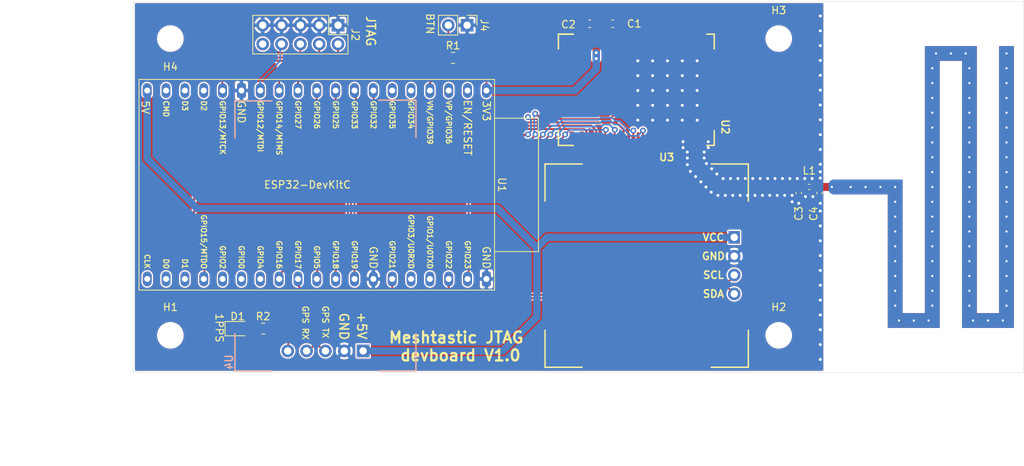
<source format=kicad_pcb>
(kicad_pcb (version 20171130) (host pcbnew 5.1.10)
  (layers (0 F.Cu signal) (31 B.Cu signal) (34 B.Paste user) (35 F.Paste user) (36 B.SilkS user) (37 F.SilkS user) (38 B.Mask user) (39 F.Mask user) (44 Edge.Cuts user))
  (net 0 "")
  (net 1 "Net-(U1-Pad35)")
  (net 2 "Net-(U1-Pad34)")
  (net 3 "Net-(U1-Pad26)")
  (net 4 "Net-(U1-Pad25)")
  (net 5 "Net-(U1-Pad24)")
  (net 6 "Net-(U1-Pad22)")
  (net 7 "Net-(U1-Pad21)")
  (net 8 "Net-(U1-Pad20)")
  (net 9 "Net-(U1-Pad18)")
  (net 10 "Net-(U1-Pad17)")
  (net 11 "Net-(U1-Pad16)")
  (net 12 "Net-(U1-Pad6)")
  (net 13 "Net-(U1-Pad5)")
  (net 14 "Net-(U1-Pad3)")
  (net 15 "Net-(U1-Pad2)")
  (net 16 GND)
  (net 17 "Net-(U2-Pad8)")
  (net 18 "Net-(C4-Pad1)")
  (net 19 /RST)
  (net 20 /SCL)
  (net 21 /SDA)
  (net 22 /MISO)
  (net 23 /NSS)
  (net 24 /SCK)
  (net 25 /GPS_RX)
  (net 26 /GPS_TX)
  (net 27 /TDO)
  (net 28 +5V)
  (net 29 /TCK)
  (net 30 /TDI)
  (net 31 /TMS)
  (net 32 /MOSI)
  (net 33 /TXEN)
  (net 34 /RXEN)
  (net 35 /DIO1)
  (net 36 /BUSY)
  (net 37 /usr_btn)
  (net 38 +3V3)
  (net 39 "Net-(C3-Pad1)")
  (net 40 "Net-(J2-Pad10)")
  (net 41 "Net-(D1-Pad2)")
  (net 42 "Net-(R2-Pad2)")
  (module customparts:oled (layer F.Cu) (at 205 107.6 270)
    (fp_text reference U3 (at -14.6 9.1 unlocked) (layer F.SilkS) (effects (font (thickness 0.2))))
    (fp_text value OLED)
    (fp_text user SDA (at 3.81 2.8 unlocked) (layer F.SilkS) (effects (font (thickness 0.2))))
    (fp_text user SCL (at 1.27 2.8 unlocked) (layer F.SilkS) (effects (font (thickness 0.2))))
    (fp_text user GND (at -1.27 2.8 unlocked) (layer F.SilkS) (effects (font (thickness 0.2))))
    (fp_text user VCC (at -3.8 2.8 unlocked) (layer F.SilkS) (effects (font (thickness 0.2))))
    (pad 4 thru_hole circle (at 3.81 0 270) (size 1.7 1.7) (drill 1) (layers *.Cu *.Mask) (net 21 /SDA))
    (pad 3 thru_hole circle (at 1.27 0 270) (size 1.7 1.7) (drill 1) (layers *.Cu *.Mask) (net 20 /SCL))
    (pad 2 thru_hole circle (at -1.27 0 270) (size 1.7 1.7) (drill 1) (layers *.Cu *.Mask) (net 16 GND))
    (pad 1 thru_hole rect (at -3.81 0 270) (size 1.7 1.524) (drill 1) (layers *.Cu *.Mask) (net 28 +5V))
  )
  (module customparts:neo6m (layer B.Cu) (at 149.9 119.1 90)
    (fp_text reference U4 (at -1.5 -13 270) (layer B.SilkS) (effects (font (thickness 0.2)) (justify mirror)))
    (fp_text value neo6m)
    (pad 5 thru_hole circle (at 0 -5.08 90) (size 1.7 1.7) (drill 1) (layers *.Cu *.Mask) (net 42 "Net-(R2-Pad2)"))
    (pad 4 thru_hole circle (at 0 -2.54 90) (size 1.7 1.7) (drill 1) (layers *.Cu *.Mask) (net 25 /GPS_RX))
    (pad 3 thru_hole circle (at 0 0 90) (size 1.7 1.7) (drill 1) (layers *.Cu *.Mask) (net 26 /GPS_TX))
    (pad 2 thru_hole circle (at 0 2.54 90) (size 1.7 1.7) (drill 1) (layers *.Cu *.Mask) (net 16 GND))
    (pad 1 thru_hole rect (at 0 5.08 90) (size 1.7 1.7) (drill 1) (layers *.Cu *.Mask) (net 28 +5V))
  )
  (module Resistor_SMD:R_0805_2012Metric (layer F.Cu) (at 167.1 79.6)
    (fp_text reference R1 (at 0 -1.65) (layer F.SilkS))
    (fp_text value 10k)
    (pad 2 smd roundrect (at 0.9125 0) (size 1.025 1.4) (layers F.Cu F.Paste F.Mask) (roundrect_rratio 0.243902) (net 38 +3V3))
    (pad 1 smd roundrect (at -0.9125 0) (size 1.025 1.4) (layers F.Cu F.Paste F.Mask) (roundrect_rratio 0.243902) (net 37 /usr_btn))
  )
  (module Resistor_SMD:R_0805_2012Metric (layer F.Cu) (at 141.5 116.1)
    (fp_text reference R2 (at 0 -1.65) (layer F.SilkS))
    (fp_text value 1k)
    (pad 2 smd roundrect (at 0.9125 0) (size 1.025 1.4) (layers F.Cu F.Paste F.Mask) (roundrect_rratio 0.243902) (net 42 "Net-(R2-Pad2)"))
    (pad 1 smd roundrect (at -0.9125 0) (size 1.025 1.4) (layers F.Cu F.Paste F.Mask) (roundrect_rratio 0.243902) (net 41 "Net-(D1-Pad2)"))
  )
  (module LED_SMD:LED_0805_2012Metric (layer F.Cu) (at 138.0625 116.1)
    (fp_text reference D1 (at 0 -1.65) (layer F.SilkS))
    (fp_text value LED)
    (pad 2 smd roundrect (at 0.9375 0) (size 0.975 1.4) (layers F.Cu F.Paste F.Mask) (net 41 "Net-(D1-Pad2)"))
    (pad 1 smd roundrect (at -0.9375 0) (size 0.975 1.4) (layers F.Cu F.Paste F.Mask) (net 16 GND))
  )
  (module Espressif:ESP32-DevKitC (layer F.Cu) (at 171.6 84 270)
    (fp_text reference U1 (at 12.70368 -2.09728 270 unlocked) (layer F.SilkS))
    (fp_text value ESP32-DevKitC (at 12.70368 24.13272) (layer F.SilkS))
    (fp_text user GND (at 24.13368 0.00272 270 unlocked) (layer F.SilkS) (effects (justify right)))
    (fp_text user GPIO23 (at 24.13368 2.54272 270 unlocked) (layer F.SilkS) (effects (font (size 0.7 0.7)) (justify right)))
    (fp_text user GPIO5 (at 24.13368 22.86272 270 unlocked) (layer F.SilkS) (effects (font (size 0.7 0.7)) (justify right)))
    (fp_text user D0 (at 24.13368 43.18272 270 unlocked) (layer F.SilkS) (effects (font (size 0.7 0.7)) (justify right)))
    (fp_text user 5V (at 1.27 45.974 270 unlocked) (layer F.SilkS) (effects (justify left)))
    (fp_text user GPIO21 (at 24.13368 12.70272 270 unlocked) (layer F.SilkS) (effects (font (size 0.7 0.7)) (justify right)))
    (fp_text user D1 (at 24.13368 40.64272 270 unlocked) (layer F.SilkS) (effects (font (size 0.7 0.7)) (justify right)))
    (fp_text user GPIO12/MTDI (at 1.27368 30.48272 270 unlocked) (layer F.SilkS) (effects (font (size 0.7 0.7)) (justify left)))
    (fp_text user VP/GPIO36 (at 1.27368 5.08272 270 unlocked) (layer F.SilkS) (effects (font (size 0.7 0.7)) (justify left)))
    (fp_text user D2 (at 1.27368 38.10272 270 unlocked) (layer F.SilkS) (effects (font (size 0.7 0.7)) (justify left)))
    (fp_text user GPIO27 (at 1.27368 25.40272 270 unlocked) (layer F.SilkS) (effects (font (size 0.7 0.7)) (justify left)))
    (fp_text user GPIO33 (at 1.27368 17.78272 270 unlocked) (layer F.SilkS) (effects (font (size 0.7 0.7)) (justify left)))
    (fp_text user GPIO19 (at 24.13368 17.78272 270 unlocked) (layer F.SilkS) (effects (font (size 0.7 0.7)) (justify right)))
    (fp_text user VN/GPIO39 (at 1.27368 7.62272 270 unlocked) (layer F.SilkS) (effects (font (size 0.7 0.7)) (justify left)))
    (fp_text user GPIO13/MTCK (at 1.27368 35.56272 270 unlocked) (layer F.SilkS) (effects (font (size 0.7 0.7)) (justify left)))
    (fp_text user GPIO2 (at 24.13368 35.56272 270 unlocked) (layer F.SilkS) (effects (font (size 0.7 0.7)) (justify right)))
    (fp_text user GPIO26 (at 1.27368 22.86272 270 unlocked) (layer F.SilkS) (effects (font (size 0.7 0.7)) (justify left)))
    (fp_text user GPIO3/U0RXD (at 24.13368 10.16272 270 unlocked) (layer F.SilkS) (effects (font (size 0.7 0.7)) (justify right)))
    (fp_text user 3V3 (at 1.27368 0.00272 270 unlocked) (layer F.SilkS) (effects (justify left)))
    (fp_text user GPIO16 (at 24.13368 27.94272 270 unlocked) (layer F.SilkS) (effects (font (size 0.7 0.7)) (justify right)))
    (fp_text user GPIO32 (at 1.27368 15.24272 270 unlocked) (layer F.SilkS) (effects (font (size 0.7 0.7)) (justify left)))
    (fp_text user GPIO0 (at 24.13368 33.02272 270 unlocked) (layer F.SilkS) (effects (font (size 0.7 0.7)) (justify right)))
    (fp_text user GND (at 1.27368 33.02272 270 unlocked) (layer F.SilkS) (effects (justify left)))
    (fp_text user CLK (at 24.13368 45.72272 270 unlocked) (layer F.SilkS) (effects (font (size 0.7 0.7)) (justify right)))
    (fp_text user EN/RESET (at 8.89 2.54 270 unlocked) (layer F.SilkS) (effects (justify right)))
    (fp_text user GPIO4 (at 24.13368 30.48272 270 unlocked) (layer F.SilkS) (effects (font (size 0.7 0.7)) (justify right)))
    (fp_text user GPIO35 (at 1.27368 12.70272 270 unlocked) (layer F.SilkS) (effects (font (size 0.7 0.7)) (justify left)))
    (fp_text user GPIO14/MTMS (at 1.27368 27.94272 270 unlocked) (layer F.SilkS) (effects (font (size 0.7 0.7)) (justify left)))
    (fp_text user GPIO34 (at 1.27368 10.16272 270 unlocked) (layer F.SilkS) (effects (font (size 0.7 0.7)) (justify left)))
    (fp_text user D3 (at 1.27368 40.64272 270 unlocked) (layer F.SilkS) (effects (font (size 0.7 0.7)) (justify left)))
    (fp_text user GPIO18 (at 24.13368 20.32272 270 unlocked) (layer F.SilkS) (effects (font (size 0.7 0.7)) (justify right)))
    (fp_text user CMD (at 1.27368 43.18272 270 unlocked) (layer F.SilkS) (effects (font (size 0.7 0.7)) (justify left)))
    (fp_text user GPIO22 (at 24.13368 5.08272 270 unlocked) (layer F.SilkS) (effects (font (size 0.7 0.7)) (justify right)))
    (fp_text user GND (at 24.13368 15.24272 270 unlocked) (layer F.SilkS) (effects (justify right)))
    (fp_text user GPIO17 (at 24.13368 25.40272 270 unlocked) (layer F.SilkS) (effects (font (size 0.7 0.7)) (justify right)))
    (fp_text user GPIO1/U0TXD (at 24.13368 7.62272 270 unlocked) (layer F.SilkS) (effects (font (size 0.7 0.7)) (justify right)))
    (fp_text user GPIO15/MTDO (at 24.13368 38.10272 270 unlocked) (layer F.SilkS) (effects (font (size 0.7 0.7)) (justify right)))
    (fp_text user GPIO25 (at 1.27368 20.32272 270 unlocked) (layer F.SilkS) (effects (font (size 0.7 0.7)) (justify left)))
    (pad 38 thru_hole roundrect (at 25.40368 0.00272 180) (size 1.2 2) (drill 0.8) (layers *.Cu *.Mask) (net 16 GND))
    (pad 37 thru_hole oval (at 25.40368 2.54272 180) (size 1.2 2) (drill 0.8) (layers *.Cu *.Mask) (net 19 /RST))
    (pad 36 thru_hole oval (at 25.40368 5.08272 180) (size 1.2 2) (drill 0.8) (layers *.Cu *.Mask) (net 20 /SCL))
    (pad 35 thru_hole oval (at 25.40368 7.62272 180) (size 1.2 2) (drill 0.8) (layers *.Cu *.Mask) (net 1 "Net-(U1-Pad35)"))
    (pad 34 thru_hole oval (at 25.40368 10.16272 180) (size 1.2 2) (drill 0.8) (layers *.Cu *.Mask) (net 2 "Net-(U1-Pad34)"))
    (pad 33 thru_hole oval (at 25.40368 12.70272 180) (size 1.2 2) (drill 0.8) (layers *.Cu *.Mask) (net 21 /SDA))
    (pad 32 thru_hole oval (at 25.40368 15.24272 180) (size 1.2 2) (drill 0.8) (layers *.Cu *.Mask) (net 16 GND))
    (pad 31 thru_hole oval (at 25.40368 17.78272 180) (size 1.2 2) (drill 0.8) (layers *.Cu *.Mask) (net 22 /MISO))
    (pad 30 thru_hole oval (at 25.40368 20.32272 180) (size 1.2 2) (drill 0.8) (layers *.Cu *.Mask) (net 23 /NSS))
    (pad 29 thru_hole oval (at 25.40368 22.86272 180) (size 1.2 2) (drill 0.8) (layers *.Cu *.Mask) (net 24 /SCK))
    (pad 28 thru_hole oval (at 25.40368 25.40272 180) (size 1.2 2) (drill 0.8) (layers *.Cu *.Mask) (net 25 /GPS_RX))
    (pad 27 thru_hole oval (at 25.40368 27.94272 180) (size 1.2 2) (drill 0.8) (layers *.Cu *.Mask) (net 26 /GPS_TX))
    (pad 26 thru_hole oval (at 25.40368 30.48272 180) (size 1.2 2) (drill 0.8) (layers *.Cu *.Mask) (net 3 "Net-(U1-Pad26)"))
    (pad 25 thru_hole oval (at 25.40368 33.02272 180) (size 1.2 2) (drill 0.8) (layers *.Cu *.Mask) (net 4 "Net-(U1-Pad25)"))
    (pad 24 thru_hole oval (at 25.40368 35.56272 180) (size 1.2 2) (drill 0.8) (layers *.Cu *.Mask) (net 5 "Net-(U1-Pad24)"))
    (pad 23 thru_hole oval (at 25.40368 38.10272 180) (size 1.2 2) (drill 0.8) (layers *.Cu *.Mask) (net 27 /TDO))
    (pad 22 thru_hole oval (at 25.40368 40.64272 180) (size 1.2 2) (drill 0.8) (layers *.Cu *.Mask) (net 6 "Net-(U1-Pad22)"))
    (pad 21 thru_hole oval (at 25.4 43.18 180) (size 1.2 2) (drill 0.8) (layers *.Cu *.Mask) (net 7 "Net-(U1-Pad21)"))
    (pad 20 thru_hole oval (at 25.4 45.72 180) (size 1.2 2) (drill 0.8) (layers *.Cu *.Mask) (net 8 "Net-(U1-Pad20)"))
    (pad 19 thru_hole oval (at 0.00368 45.72272 180) (size 1.2 2) (drill 0.8) (layers *.Cu *.Mask) (net 28 +5V))
    (pad 18 thru_hole oval (at 0.00368 43.18272 180) (size 1.2 2) (drill 0.8) (layers *.Cu *.Mask) (net 9 "Net-(U1-Pad18)"))
    (pad 17 thru_hole oval (at 0.00368 40.64272 180) (size 1.2 2) (drill 0.8) (layers *.Cu *.Mask) (net 10 "Net-(U1-Pad17)"))
    (pad 16 thru_hole oval (at 0.00368 38.10272 180) (size 1.2 2) (drill 0.8) (layers *.Cu *.Mask) (net 11 "Net-(U1-Pad16)"))
    (pad 15 thru_hole oval (at 0.00368 35.56272 180) (size 1.2 2) (drill 0.8) (layers *.Cu *.Mask) (net 29 /TCK))
    (pad 14 thru_hole roundrect (at 0.00368 33.02272 180) (size 1.2 2) (drill 0.8) (layers *.Cu *.Mask) (net 16 GND))
    (pad 13 thru_hole oval (at 0.00368 30.48272 180) (size 1.2 2) (drill 0.8) (layers *.Cu *.Mask) (net 30 /TDI))
    (pad 12 thru_hole oval (at 0.00368 27.94272 180) (size 1.2 2) (drill 0.8) (layers *.Cu *.Mask) (net 31 /TMS))
    (pad 11 thru_hole oval (at 0.00368 25.40272 180) (size 1.2 2) (drill 0.8) (layers *.Cu *.Mask) (net 32 /MOSI))
    (pad 10 thru_hole oval (at 0.00368 22.86272 180) (size 1.2 2) (drill 0.8) (layers *.Cu *.Mask) (net 33 /TXEN))
    (pad 9 thru_hole oval (at 0.00368 20.32272 180) (size 1.2 2) (drill 0.8) (layers *.Cu *.Mask) (net 34 /RXEN))
    (pad 8 thru_hole oval (at 0.00368 17.78272 180) (size 1.2 2) (drill 0.8) (layers *.Cu *.Mask) (net 35 /DIO1))
    (pad 7 thru_hole oval (at 0.00368 15.24272 180) (size 1.2 2) (drill 0.8) (layers *.Cu *.Mask) (net 36 /BUSY))
    (pad 6 thru_hole oval (at 0.00368 12.70272 180) (size 1.2 2) (drill 0.8) (layers *.Cu *.Mask) (net 12 "Net-(U1-Pad6)"))
    (pad 5 thru_hole oval (at 0.00368 10.16272 180) (size 1.2 2) (drill 0.8) (layers *.Cu *.Mask) (net 13 "Net-(U1-Pad5)"))
    (pad 4 thru_hole oval (at 0.00368 7.62272 180) (size 1.2 2) (drill 0.8) (layers *.Cu *.Mask) (net 37 /usr_btn))
    (pad 3 thru_hole oval (at 0.00368 5.08272 180) (size 1.2 2) (drill 0.8) (layers *.Cu *.Mask) (net 14 "Net-(U1-Pad3)"))
    (pad 2 thru_hole oval (at 0.00368 2.54272 180) (size 1.2 2) (drill 0.8) (layers *.Cu *.Mask) (net 15 "Net-(U1-Pad2)"))
    (pad 1 thru_hole oval (at 0.00368 0.00272 180) (size 1.2 2) (drill 0.8) (layers *.Cu *.Mask) (net 38 +3V3))
  )
  (module customparts:e22-900m22s (layer F.Cu) (at 191.8 83.9 90)
    (fp_text reference U2 (at -5 12 270 unlocked) (layer F.SilkS) (effects (font (thickness 0.2))))
    (fp_text value E22-900M22S)
    (pad 22 smd rect (at -7 9 90) (size 1.8 0.5) (layers F.Cu F.Paste F.Mask) (net 16 GND))
    (pad 21 smd rect (at -7 8 90) (size 1.8 0.5) (layers F.Cu F.Paste F.Mask) (net 39 "Net-(C3-Pad1)"))
    (pad 20 smd rect (at -7 7 90) (size 1.8 0.5) (layers F.Cu F.Paste F.Mask) (net 16 GND))
    (pad 19 smd rect (at -7 0.89 90) (size 1.8 0.5) (layers F.Cu F.Paste F.Mask) (net 23 /NSS))
    (pad 18 smd rect (at -7 -0.38 90) (size 1.8 0.5) (layers F.Cu F.Paste F.Mask) (net 24 /SCK))
    (pad 17 smd rect (at -7 -1.65 90) (size 1.8 0.5) (layers F.Cu F.Paste F.Mask) (net 32 /MOSI))
    (pad 16 smd rect (at -7 -2.92 90) (size 1.8 0.5) (layers F.Cu F.Paste F.Mask) (net 22 /MISO))
    (pad 15 smd rect (at -7 -4.19 90) (size 1.8 0.5) (layers F.Cu F.Paste F.Mask) (net 19 /RST))
    (pad 14 smd rect (at -7 -5.46 90) (size 1.8 0.5) (layers F.Cu F.Paste F.Mask) (net 36 /BUSY))
    (pad 13 smd rect (at -7 -6.73 90) (size 1.8 0.5) (layers F.Cu F.Paste F.Mask) (net 35 /DIO1))
    (pad 12 smd rect (at -7 -8 90) (size 1.8 0.5) (layers F.Cu F.Paste F.Mask) (net 16 GND))
    (pad 11 smd rect (at 7 -8 90) (size 1.8 0.5) (layers F.Cu F.Paste F.Mask) (net 16 GND))
    (pad 10 smd rect (at 7 -6.73 90) (size 1.8 0.5) (layers F.Cu F.Paste F.Mask) (net 16 GND))
    (pad 9 smd rect (at 7 -5.46 90) (size 1.8 0.5) (layers F.Cu F.Paste F.Mask) (net 38 +3V3))
    (pad 8 smd rect (at 7 -4.19 90) (size 1.8 0.5) (layers F.Cu F.Paste F.Mask) (net 17 "Net-(U2-Pad8)"))
    (pad 7 smd rect (at 7 -2.92 90) (size 1.8 0.5) (layers F.Cu F.Paste F.Mask) (net 33 /TXEN))
    (pad 6 smd rect (at 7 -1.65 90) (size 1.8 0.5) (layers F.Cu F.Paste F.Mask) (net 34 /RXEN))
    (pad 5 smd rect (at 7 -0.38 90) (size 1.8 0.5) (layers F.Cu F.Paste F.Mask) (net 16 GND))
    (pad 4 smd rect (at 7 0.89 90) (size 1.8 0.5) (layers F.Cu F.Paste F.Mask) (net 16 GND))
    (pad 3 smd rect (at 7 6.46 90) (size 1.8 0.5) (layers F.Cu F.Paste F.Mask) (net 16 GND))
    (pad 2 smd rect (at 7 7.73 90) (size 1.8 0.5) (layers F.Cu F.Paste F.Mask) (net 16 GND))
    (pad 1 smd rect (at 7 9 90) (size 1.8 0.5) (layers F.Cu F.Paste F.Mask) (net 16 GND))
  )
  (module MountingHole:MountingHole_3.2mm_M3_DIN965 (layer F.Cu) (at 129 77 180)
    (fp_text reference H4 (at 0 -3.8) (layer F.SilkS))
    (fp_text value MountingHole)
    (pad 1 np_thru_hole circle (at 0 0 180) (size 3.2 3.2) (drill 3.2) (layers *.Cu *.Mask))
  )
  (module MountingHole:MountingHole_3.2mm_M3_DIN965 (layer F.Cu) (at 211 77)
    (fp_text reference H3 (at 0 -3.8) (layer F.SilkS))
    (fp_text value MountingHole)
    (pad 1 np_thru_hole circle (at 0 0) (size 3.2 3.2) (drill 3.2) (layers *.Cu *.Mask))
  )
  (module MountingHole:MountingHole_3.2mm_M3_DIN965 (layer F.Cu) (at 211 117)
    (fp_text reference H2 (at 0 -3.8) (layer F.SilkS))
    (fp_text value MountingHole)
    (pad 1 np_thru_hole circle (at 0 0) (size 3.2 3.2) (drill 3.2) (layers *.Cu *.Mask))
  )
  (module MountingHole:MountingHole_3.2mm_M3_DIN965 (layer F.Cu) (at 129 117)
    (fp_text reference H1 (at 0 -3.8) (layer F.SilkS))
    (fp_text value MountingHole)
    (pad 1 np_thru_hole circle (at 0 0) (size 3.2 3.2) (drill 3.2) (layers *.Cu *.Mask))
  )
  (module Connector_PinHeader_2.54mm:PinHeader_2x05_P2.54mm_Vertical (layer F.Cu) (at 151.6 75.2 270)
    (fp_text reference J2 (at 1.27 -2.33 270 unlocked) (layer F.SilkS))
    (fp_text value JTAG)
    (pad 10 thru_hole oval (at 2.54 10.16 270) (size 1.7 1.7) (drill 1) (layers *.Cu *.Mask) (net 40 "Net-(J2-Pad10)"))
    (pad 9 thru_hole oval (at 0 10.16 270) (size 1.7 1.7) (drill 1) (layers *.Cu *.Mask) (net 16 GND))
    (pad 8 thru_hole oval (at 2.54 7.62 270) (size 1.7 1.7) (drill 1) (layers *.Cu *.Mask) (net 30 /TDI))
    (pad 7 thru_hole oval (at 0 7.62 270) (size 1.7 1.7) (drill 1) (layers *.Cu *.Mask) (net 16 GND))
    (pad 6 thru_hole oval (at 2.54 5.08 270) (size 1.7 1.7) (drill 1) (layers *.Cu *.Mask) (net 27 /TDO))
    (pad 5 thru_hole oval (at 0 5.08 270) (size 1.7 1.7) (drill 1) (layers *.Cu *.Mask) (net 16 GND))
    (pad 4 thru_hole oval (at 2.54 2.54 270) (size 1.7 1.7) (drill 1) (layers *.Cu *.Mask) (net 29 /TCK))
    (pad 3 thru_hole oval (at 0 2.54 270) (size 1.7 1.7) (drill 1) (layers *.Cu *.Mask) (net 16 GND))
    (pad 2 thru_hole oval (at 2.54 0 270) (size 1.7 1.7) (drill 1) (layers *.Cu *.Mask) (net 31 /TMS))
    (pad 1 thru_hole rect (at 0 0 270) (size 1.7 1.7) (drill 1) (layers *.Cu *.Mask) (net 16 GND))
  )
  (module Connector_PinHeader_2.54mm:PinHeader_1x02_P2.54mm_Vertical (layer F.Cu) (at 169 75.2 270)
    (fp_text reference J4 (at 0 -2.33 270 unlocked) (layer F.SilkS))
    (fp_text value usr_btn)
    (pad 2 thru_hole oval (at 0 2.54 270) (size 1.7 1.7) (drill 1) (layers *.Cu *.Mask) (net 37 /usr_btn))
    (pad 1 thru_hole rect (at 0 0 270) (size 1.7 1.7) (drill 1) (layers *.Cu *.Mask) (net 16 GND))
  )
  (module Capacitor_SMD:C_0603_1608Metric (layer F.Cu) (at 185.525 75 180)
    (fp_text reference C2 (at 2.875 -0.1) (layer F.SilkS))
    (fp_text value 100n)
    (pad 2 smd roundrect (at 0.775 0 180) (size 0.9 0.95) (layers F.Cu F.Paste F.Mask) (net 16 GND))
    (pad 1 smd roundrect (at -0.775 0 180) (size 0.9 0.95) (layers F.Cu F.Paste F.Mask) (net 38 +3V3))
  )
  (module Capacitor_SMD:C_0603_1608Metric (layer F.Cu) (at 188.625 75)
    (fp_text reference C1 (at 2.9 0 180) (layer F.SilkS))
    (fp_text value 1µ)
    (pad 2 smd roundrect (at 0.775 0) (size 0.9 0.95) (layers F.Cu F.Paste F.Mask) (net 16 GND))
    (pad 1 smd roundrect (at -0.775 0) (size 0.9 0.95) (layers F.Cu F.Paste F.Mask) (net 38 +3V3))
  )
  (module customparts:TI_DN024 (layer F.Cu) (at 240.7 78 270)
    (fp_text reference J5 hide)
    (fp_text value "pcb antenna" hide)
    (fp_poly (pts (xy 18 22) (xy 20 22) (xy 20 13) (xy 18 13)) (layer B.Cu) (width 0))
    (fp_poly (pts (xy 20 15) (xy 38 15) (xy 38 13) (xy 20 13)) (layer B.Cu) (width 0))
    (fp_poly (pts (xy 36 13) (xy 38 13) (xy 38 10) (xy 36 10)) (layer B.Cu) (width 0))
    (fp_poly (pts (xy 0 10) (xy 38 10) (xy 38 8) (xy 0 8)) (layer B.Cu) (width 0))
    (fp_poly (pts (xy 0 8) (xy 2 8) (xy 2 5) (xy 0 5)) (layer B.Cu) (width 0))
    (fp_poly (pts (xy 0 5) (xy 38 5) (xy 38 3) (xy 0 3)) (layer B.Cu) (width 0))
    (fp_poly (pts (xy 36 3) (xy 38 3) (xy 38 -2) (xy 36 -2)) (layer B.Cu) (width 0))
    (fp_poly (pts (xy 0 0) (xy 36 0) (xy 36 -2) (xy 0 -2)) (layer B.Cu) (width 0))
    (fp_poly (pts (xy 18 22) (xy 20 22) (xy 20 13) (xy 18 13)) (layer F.Cu) (width 0))
    (fp_poly (pts (xy 20 15) (xy 38 15) (xy 38 13) (xy 20 13)) (layer F.Cu) (width 0))
    (fp_poly (pts (xy 36 13) (xy 38 13) (xy 38 10) (xy 36 10)) (layer F.Cu) (width 0))
    (fp_poly (pts (xy 0 10) (xy 38 10) (xy 38 8) (xy 0 8)) (layer F.Cu) (width 0))
    (fp_poly (pts (xy 0 8) (xy 2 8) (xy 2 5) (xy 0 5)) (layer F.Cu) (width 0))
    (fp_poly (pts (xy 0 5) (xy 38 5) (xy 38 3) (xy 0 3)) (layer F.Cu) (width 0))
    (fp_poly (pts (xy 36 3) (xy 38 3) (xy 38 -2) (xy 36 -2)) (layer F.Cu) (width 0))
    (fp_poly (pts (xy 0 0) (xy 36 0) (xy 36 -2) (xy 0 -2)) (layer F.Cu) (width 0))
    (pad 1 thru_hole rect (at 19 22.54 270) (size 0.808 0.808) (drill 0.3) (layers *.Cu) (net 18 "Net-(C4-Pad1)"))
    (pad P$75 thru_hole rect (at 19 20 270) (size 0.808 0.808) (drill 0.3) (layers *.Cu))
    (pad P$74 thru_hole rect (at 19 18 270) (size 0.808 0.808) (drill 0.3) (layers *.Cu))
    (pad P$73 thru_hole rect (at 19 16 270) (size 0.808 0.808) (drill 0.3) (layers *.Cu))
    (pad P$72 thru_hole rect (at 19 14 270) (size 0.808 0.808) (drill 0.3) (layers *.Cu))
    (pad P$71 thru_hole rect (at 21 14 270) (size 0.808 0.808) (drill 0.3) (layers *.Cu))
    (pad P$70 thru_hole rect (at 23 14 270) (size 0.808 0.808) (drill 0.3) (layers *.Cu))
    (pad P$69 thru_hole rect (at 25 14 270) (size 0.808 0.808) (drill 0.3) (layers *.Cu))
    (pad P$68 thru_hole rect (at 27 14 270) (size 0.808 0.808) (drill 0.3) (layers *.Cu))
    (pad P$67 thru_hole rect (at 29 14 270) (size 0.808 0.808) (drill 0.3) (layers *.Cu))
    (pad P$66 thru_hole rect (at 31 14 270) (size 0.808 0.808) (drill 0.3) (layers *.Cu))
    (pad P$65 thru_hole rect (at 33 14 270) (size 0.808 0.808) (drill 0.3) (layers *.Cu))
    (pad P$64 thru_hole rect (at 35 14 270) (size 0.808 0.808) (drill 0.3) (layers *.Cu))
    (pad P$63 thru_hole rect (at 37 13.5 270) (size 0.808 0.808) (drill 0.3) (layers *.Cu))
    (pad P$62 thru_hole rect (at 37 11.5 270) (size 0.808 0.808) (drill 0.3) (layers *.Cu))
    (pad P$61 thru_hole rect (at 37 9.5 270) (size 0.808 0.808) (drill 0.3) (layers *.Cu))
    (pad P$60 thru_hole rect (at 35 9 270) (size 0.808 0.808) (drill 0.3) (layers *.Cu))
    (pad P$59 thru_hole rect (at 33 9 270) (size 0.808 0.808) (drill 0.3) (layers *.Cu))
    (pad P$58 thru_hole rect (at 31 9 270) (size 0.808 0.808) (drill 0.3) (layers *.Cu))
    (pad P$57 thru_hole rect (at 29 9 270) (size 0.808 0.808) (drill 0.3) (layers *.Cu))
    (pad P$56 thru_hole rect (at 27 9 270) (size 0.808 0.808) (drill 0.3) (layers *.Cu))
    (pad P$55 thru_hole rect (at 25 9 270) (size 0.808 0.808) (drill 0.3) (layers *.Cu))
    (pad P$54 thru_hole rect (at 23 9 270) (size 0.808 0.808) (drill 0.3) (layers *.Cu))
    (pad P$53 thru_hole rect (at 21 9 270) (size 0.808 0.808) (drill 0.3) (layers *.Cu))
    (pad P$52 thru_hole rect (at 19 9 270) (size 0.808 0.808) (drill 0.3) (layers *.Cu))
    (pad P$51 thru_hole rect (at 17 9 270) (size 0.808 0.808) (drill 0.3) (layers *.Cu))
    (pad P$50 thru_hole rect (at 15 9 270) (size 0.808 0.808) (drill 0.3) (layers *.Cu))
    (pad P$49 thru_hole rect (at 13 9 270) (size 0.808 0.808) (drill 0.3) (layers *.Cu))
    (pad P$48 thru_hole rect (at 11 9 270) (size 0.808 0.808) (drill 0.3) (layers *.Cu))
    (pad P$47 thru_hole rect (at 9 9 270) (size 0.808 0.808) (drill 0.3) (layers *.Cu))
    (pad P$46 thru_hole rect (at 7 9 270) (size 0.808 0.808) (drill 0.3) (layers *.Cu))
    (pad P$45 thru_hole rect (at 5 9 270) (size 0.808 0.808) (drill 0.3) (layers *.Cu))
    (pad P$44 thru_hole rect (at 3 9 270) (size 0.808 0.808) (drill 0.3) (layers *.Cu))
    (pad P$43 thru_hole rect (at 1 8.5 270) (size 0.808 0.808) (drill 0.3) (layers *.Cu))
    (pad P$42 thru_hole rect (at 1 6.5 270) (size 0.808 0.808) (drill 0.3) (layers *.Cu))
    (pad P$41 thru_hole rect (at 1 4.5 270) (size 0.808 0.808) (drill 0.3) (layers *.Cu))
    (pad P$40 thru_hole rect (at 3 4 270) (size 0.808 0.808) (drill 0.3) (layers *.Cu))
    (pad P$39 thru_hole rect (at 5 4 270) (size 0.808 0.808) (drill 0.3) (layers *.Cu))
    (pad P$38 thru_hole rect (at 7 4 270) (size 0.808 0.808) (drill 0.3) (layers *.Cu))
    (pad P$37 thru_hole rect (at 9 4 270) (size 0.808 0.808) (drill 0.3) (layers *.Cu))
    (pad P$36 thru_hole rect (at 11 4 270) (size 0.808 0.808) (drill 0.3) (layers *.Cu))
    (pad P$35 thru_hole rect (at 13 4 270) (size 0.808 0.808) (drill 0.3) (layers *.Cu))
    (pad P$34 thru_hole rect (at 15 4 270) (size 0.808 0.808) (drill 0.3) (layers *.Cu))
    (pad P$33 thru_hole rect (at 17 4 270) (size 0.808 0.808) (drill 0.3) (layers *.Cu))
    (pad P$32 thru_hole rect (at 19 4 270) (size 0.808 0.808) (drill 0.3) (layers *.Cu))
    (pad P$31 thru_hole rect (at 21 4 270) (size 0.808 0.808) (drill 0.3) (layers *.Cu))
    (pad P$30 thru_hole rect (at 23 4 270) (size 0.808 0.808) (drill 0.3) (layers *.Cu))
    (pad P$29 thru_hole rect (at 25 4 270) (size 0.808 0.808) (drill 0.3) (layers *.Cu))
    (pad P$28 thru_hole rect (at 27 4 270) (size 0.808 0.808) (drill 0.3) (layers *.Cu))
    (pad P$27 thru_hole rect (at 29 4 270) (size 0.808 0.808) (drill 0.3) (layers *.Cu))
    (pad P$26 thru_hole rect (at 31 4 270) (size 0.808 0.808) (drill 0.3) (layers *.Cu))
    (pad P$25 thru_hole rect (at 37 3.5 270) (size 0.808 0.808) (drill 0.3) (layers *.Cu))
    (pad P$24 thru_hole rect (at 33 4 270) (size 0.808 0.808) (drill 0.3) (layers *.Cu))
    (pad P$23 thru_hole rect (at 35 4 270) (size 0.808 0.808) (drill 0.3) (layers *.Cu))
    (pad P$22 thru_hole rect (at 37 1.5 270) (size 0.808 0.808) (drill 0.3) (layers *.Cu))
    (pad P$21 thru_hole rect (at 37 -0.5 270) (size 0.808 0.808) (drill 0.3) (layers *.Cu))
    (pad P$20 thru_hole rect (at 35 -1 270) (size 0.808 0.808) (drill 0.3) (layers *.Cu))
    (pad P$19 thru_hole rect (at 33 -1 270) (size 0.808 0.808) (drill 0.3) (layers *.Cu))
    (pad P$18 thru_hole rect (at 31 -1 270) (size 0.808 0.808) (drill 0.3) (layers *.Cu))
    (pad P$17 thru_hole rect (at 29 -1 270) (size 0.808 0.808) (drill 0.3) (layers *.Cu))
    (pad P$16 thru_hole rect (at 27 -1 270) (size 0.808 0.808) (drill 0.3) (layers *.Cu))
    (pad P$15 thru_hole rect (at 25 -1 270) (size 0.808 0.808) (drill 0.3) (layers *.Cu))
    (pad P$14 thru_hole rect (at 23 -1 270) (size 0.808 0.808) (drill 0.3) (layers *.Cu))
    (pad P$13 thru_hole rect (at 21 -1 270) (size 0.808 0.808) (drill 0.3) (layers *.Cu))
    (pad P$12 thru_hole rect (at 19 -1 270) (size 0.808 0.808) (drill 0.3) (layers *.Cu))
    (pad P$11 thru_hole rect (at 17 -1 270) (size 0.808 0.808) (drill 0.3) (layers *.Cu))
    (pad P$10 thru_hole rect (at 15 -1 270) (size 0.808 0.808) (drill 0.3) (layers *.Cu))
    (pad P$9 thru_hole rect (at 13 -1 270) (size 0.808 0.808) (drill 0.3) (layers *.Cu))
    (pad P$8 thru_hole rect (at 11 -1 270) (size 0.808 0.808) (drill 0.3) (layers *.Cu))
    (pad P$7 thru_hole rect (at 9 -1 270) (size 0.808 0.808) (drill 0.3) (layers *.Cu))
    (pad P$6 thru_hole rect (at 7 -1 270) (size 0.808 0.808) (drill 0.3) (layers *.Cu))
    (pad P$5 thru_hole rect (at 5 -1 270) (size 0.808 0.808) (drill 0.3) (layers *.Cu))
    (pad P$4 thru_hole rect (at 3 -1 270) (size 0.808 0.808) (drill 0.3) (layers *.Cu))
    (pad P$3 thru_hole rect (at 1 -1 270) (size 0.808 0.808) (drill 0.3) (layers *.Cu))
    (pad 2 smd roundrect (at 19 22 270) (size 2 2) (layers B.Cu) (roundrect_rratio 0.375))
    (pad 1 smd roundrect (at 19 22 270) (size 2 2) (layers F.Cu) (roundrect_rratio 0.375) (net 18 "Net-(C4-Pad1)"))
  )
  (module Capacitor_SMD:C_0402_1005Metric (layer F.Cu) (at 215.1 97)
    (fp_text reference L1 (at 0 -2.2) (layer F.SilkS))
    (fp_text value L)
    (pad 2 smd roundrect (at 0.48 0) (size 0.56 0.62) (layers F.Cu F.Paste F.Mask) (net 18 "Net-(C4-Pad1)"))
    (pad 1 smd roundrect (at -0.48 0) (size 0.56 0.62) (layers F.Cu F.Paste F.Mask) (net 39 "Net-(C3-Pad1)"))
  )
  (module Capacitor_SMD:C_0402_1005Metric (layer F.Cu) (at 216.5 97.82 270)
    (fp_text reference C4 (at 2.78 0.8 90) (layer F.SilkS))
    (fp_text value C)
    (pad 2 smd roundrect (at 0.48 0 270) (size 0.56 0.62) (layers F.Cu F.Paste F.Mask) (net 16 GND))
    (pad 1 smd roundrect (at -0.48 0 270) (size 0.56 0.62) (layers F.Cu F.Paste F.Mask) (net 18 "Net-(C4-Pad1)"))
  )
  (module Capacitor_SMD:C_0402_1005Metric (layer F.Cu) (at 213.7 97.8 270)
    (fp_text reference C3 (at 2.78 0 90) (layer F.SilkS))
    (fp_text value C)
    (pad 2 smd roundrect (at 0.48 0 270) (size 0.56 0.62) (layers F.Cu F.Paste F.Mask) (net 16 GND))
    (pad 1 smd roundrect (at -0.48 0 270) (size 0.56 0.62) (layers F.Cu F.Paste F.Mask) (net 39 "Net-(C3-Pad1)"))
  )
  (gr_text "Meshtastic JTAG \ndevboard V1.0" (at 168.1 118.5) (layer F.SilkS) (effects (font (size 1.5 1.5) (thickness 0.3))))
  (gr_text "1PPS\n" (at 135.6 116 270) (layer F.SilkS) (effects (font (size 1 1))))
  (gr_line (start 124 72) (end 244 72) (layer Edge.Cuts) (width 0.05))
  (gr_line (start 244 122) (end 124 122) (layer Edge.Cuts) (width 0.05))
  (gr_line (start 244 72) (end 244 122) (layer Edge.Cuts) (width 0.05))
  (gr_text "GPS RX" (at 147.2 115.3 270) (layer F.SilkS) (effects (font (size 0.8 0.8))))
  (gr_text JTAG (at 156 76 270) (layer F.SilkS) (effects (font (size 1.2 1.2) (thickness 0.2))))
  (gr_text BTN (at 164 75 270) (layer F.SilkS) (effects (font (size 1 1))))
  (gr_line (start 124 72) (end 124 122) (layer Edge.Cuts) (width 0.05))
  (gr_text "GPS TX\n" (at 149.9 115.2 270) (layer F.SilkS) (effects (font (size 0.8 0.8))))
  (gr_text "+5V\n" (at 154.8 115.7 270) (layer F.SilkS) (effects (font (size 1.2 1.2) (thickness 0.2))))
  (gr_text GND (at 152.4 115.8 270) (layer F.SilkS) (effects (font (size 1.2 1.2) (thickness 0.2))))
  (via (at 216.6 94.95) (size 0.8) (drill 0.4) (layers F.Cu B.Cu) (net 16))
  (via (at 216.6 93.95) (size 0.8) (drill 0.4) (layers F.Cu B.Cu) (net 16))
  (segment (start 216.6 94.95) (end 216.6 93.95) (width 0.25) (layer B.Cu) (net 16))
  (segment (start 216.6 93.95) (end 216.6 92.95) (width 0.25) (layer F.Cu) (net 16))
  (via (at 216.6 91.95) (size 0.8) (drill 0.4) (layers F.Cu B.Cu) (net 16))
  (segment (start 216.6 91.95) (end 216.6 90.95) (width 0.25) (layer F.Cu) (net 16))
  (via (at 216.6 89.95) (size 0.8) (drill 0.4) (layers F.Cu B.Cu) (net 16))
  (segment (start 216.6 89.95) (end 216.6 88.95) (width 0.25) (layer F.Cu) (net 16))
  (via (at 216.6 87.95) (size 0.8) (drill 0.4) (layers F.Cu B.Cu) (net 16))
  (segment (start 216.6 87.95) (end 216.6 86.95) (width 0.25) (layer F.Cu) (net 16))
  (via (at 216.6 85.95) (size 0.8) (drill 0.4) (layers F.Cu B.Cu) (net 16))
  (segment (start 216.6 85.95) (end 216.6 84.95) (width 0.25) (layer F.Cu) (net 16))
  (via (at 216.6 83.95) (size 0.8) (drill 0.4) (layers F.Cu B.Cu) (net 16))
  (segment (start 216.6 83.95) (end 216.6 82.95) (width 0.25) (layer F.Cu) (net 16))
  (via (at 216.6 81.95) (size 0.8) (drill 0.4) (layers F.Cu B.Cu) (net 16))
  (segment (start 216.6 81.95) (end 216.6 80.95) (width 0.25) (layer F.Cu) (net 16))
  (via (at 216.6 79.95) (size 0.8) (drill 0.4) (layers F.Cu B.Cu) (net 16))
  (segment (start 216.6 79.95) (end 216.6 78.95) (width 0.25) (layer F.Cu) (net 16))
  (segment (start 216.6 77.95) (end 216.6 76.95) (width 0.25) (layer F.Cu) (net 16))
  (via (at 216.6 73.95) (size 0.8) (drill 0.4) (layers F.Cu B.Cu) (net 16))
  (via (at 216.6 100.25) (size 0.8) (drill 0.4) (layers F.Cu B.Cu) (net 16))
  (via (at 216.6 102.25) (size 0.8) (drill 0.4) (layers F.Cu B.Cu) (net 16))
  (segment (start 216.6 101.25) (end 216.6 102.25) (width 0.25) (layer F.Cu) (net 16))
  (via (at 216.6 104.25) (size 0.8) (drill 0.4) (layers F.Cu B.Cu) (net 16))
  (segment (start 216.6 103.25) (end 216.6 104.25) (width 0.25) (layer F.Cu) (net 16))
  (via (at 216.6 106.25) (size 0.8) (drill 0.4) (layers F.Cu B.Cu) (net 16))
  (segment (start 216.6 105.25) (end 216.6 106.25) (width 0.25) (layer F.Cu) (net 16))
  (via (at 216.6 108.25) (size 0.8) (drill 0.4) (layers F.Cu B.Cu) (net 16))
  (segment (start 216.6 107.25) (end 216.6 108.25) (width 0.25) (layer F.Cu) (net 16))
  (via (at 216.6 110.25) (size 0.8) (drill 0.4) (layers F.Cu B.Cu) (net 16))
  (segment (start 216.6 109.25) (end 216.6 110.25) (width 0.25) (layer F.Cu) (net 16))
  (via (at 216.6 112.25) (size 0.8) (drill 0.4) (layers F.Cu B.Cu) (net 16))
  (segment (start 216.6 111.25) (end 216.6 112.25) (width 0.25) (layer F.Cu) (net 16))
  (via (at 216.6 114.25) (size 0.8) (drill 0.4) (layers F.Cu B.Cu) (net 16))
  (segment (start 216.6 113.25) (end 216.6 114.25) (width 0.25) (layer F.Cu) (net 16))
  (segment (start 216.6 115.25) (end 216.6 116.25) (width 0.25) (layer F.Cu) (net 16))
  (segment (start 216.6 117.25) (end 216.6 118.25) (width 0.25) (layer F.Cu) (net 16))
  (via (at 216.6 120.25) (size 0.8) (drill 0.4) (layers F.Cu B.Cu) (net 16))
  (segment (start 216.6 119.25) (end 216.6 120.25) (width 0.25) (layer F.Cu) (net 16))
  (segment (start 216.5 100.15) (end 216.6 100.25) (width 0.25) (layer F.Cu) (net 16))
  (segment (start 216.6 100.25) (end 216.6 120.25) (width 0.25) (layer F.Cu) (net 16))
  (via (at 198.1 90.9) (size 0.8) (drill 0.4) (layers F.Cu B.Cu) (net 16))
  (segment (start 198.8 90.9) (end 198.1 90.9) (width 0.2) (layer F.Cu) (net 16))
  (via (at 198.1 91.7) (size 0.8) (drill 0.4) (layers F.Cu B.Cu) (net 16))
  (segment (start 198.1 90.9) (end 198.1 91.7) (width 0.2) (layer B.Cu) (net 16))
  (via (at 201.5 90.9) (size 0.8) (drill 0.4) (layers F.Cu B.Cu) (net 16))
  (segment (start 200.8 90.9) (end 201.5 90.9) (width 0.2) (layer F.Cu) (net 16))
  (via (at 201.5 91.7) (size 0.8) (drill 0.4) (layers F.Cu B.Cu) (net 16))
  (segment (start 200.8 90.9) (end 200.8 92.19212) (width 0.2) (layer F.Cu) (net 16))
  (segment (start 200.8 92.19212) (end 201.10394 92.49606) (width 0.2) (layer F.Cu) (net 16))
  (segment (start 200.8 90.9) (end 200.8 91.9) (width 0.2) (layer F.Cu) (net 16))
  (segment (start 200.8 91.9) (end 201 92.1) (width 0.2) (layer F.Cu) (net 16))
  (segment (start 201 92.1) (end 201 91.8) (width 0.2) (layer F.Cu) (net 16))
  (segment (start 201 91.8) (end 201 91.5) (width 0.2) (layer F.Cu) (net 16))
  (segment (start 201.1 91.6) (end 201.1 92) (width 0.2) (layer F.Cu) (net 16))
  (segment (start 201.1 92) (end 201.2 92.1) (width 0.2) (layer F.Cu) (net 16))
  (via (at 216.6 95.8) (size 0.8) (drill 0.4) (layers F.Cu B.Cu) (net 16))
  (segment (start 216.6 94.95) (end 216.6 95.8) (width 0.2) (layer F.Cu) (net 16))
  (via (at 215.5 95.865) (size 0.8) (drill 0.4) (layers F.Cu B.Cu) (net 16))
  (segment (start 215.724649 95.8) (end 215.578471 95.946178) (width 0.2) (layer B.Cu) (net 16))
  (segment (start 216.6 95.8) (end 215.724649 95.8) (width 0.2) (layer B.Cu) (net 16))
  (via (at 214.5 95.865) (size 0.8) (drill 0.4) (layers F.Cu B.Cu) (net 16))
  (segment (start 214.559451 95.946178) (end 214.52614 95.912867) (width 0.2) (layer F.Cu) (net 16))
  (segment (start 215.578471 95.946178) (end 214.559451 95.946178) (width 0.2) (layer F.Cu) (net 16))
  (via (at 213.5 95.865) (size 0.8) (drill 0.4) (layers F.Cu B.Cu) (net 16))
  (segment (start 213.547867 95.912867) (end 213.5 95.865) (width 0.2) (layer B.Cu) (net 16))
  (segment (start 214.52614 95.912867) (end 213.547867 95.912867) (width 0.2) (layer B.Cu) (net 16))
  (via (at 212.5 95.865) (size 0.8) (drill 0.4) (layers F.Cu B.Cu) (net 16))
  (segment (start 213.5 95.865) (end 212.5 95.865) (width 0.2) (layer F.Cu) (net 16))
  (via (at 211.5 95.865) (size 0.8) (drill 0.4) (layers F.Cu B.Cu) (net 16))
  (segment (start 212.5 95.865) (end 211.5 95.865) (width 0.2) (layer B.Cu) (net 16))
  (via (at 210.5 95.865) (size 0.8) (drill 0.4) (layers F.Cu B.Cu) (net 16))
  (segment (start 211.5 95.865) (end 210.5 95.865) (width 0.2) (layer F.Cu) (net 16))
  (via (at 209.5 95.865) (size 0.8) (drill 0.4) (layers F.Cu B.Cu) (net 16))
  (segment (start 210.5 95.865) (end 209.5 95.865) (width 0.2) (layer B.Cu) (net 16))
  (via (at 208.5 95.865) (size 0.8) (drill 0.4) (layers F.Cu B.Cu) (net 16))
  (segment (start 209.5 95.865) (end 208.5 95.865) (width 0.2) (layer F.Cu) (net 16))
  (via (at 207.5 95.865) (size 0.8) (drill 0.4) (layers F.Cu B.Cu) (net 16))
  (segment (start 208.5 95.865) (end 207.5 95.865) (width 0.2) (layer B.Cu) (net 16))
  (via (at 206.5 95.865) (size 0.8) (drill 0.4) (layers F.Cu B.Cu) (net 16))
  (segment (start 207.5 95.865) (end 206.5 95.865) (width 0.2) (layer F.Cu) (net 16))
  (via (at 205.5 95.865) (size 0.8) (drill 0.4) (layers F.Cu B.Cu) (net 16))
  (segment (start 206.5 95.865) (end 205.5 95.865) (width 0.2) (layer B.Cu) (net 16))
  (via (at 204.5 95.865) (size 0.8) (drill 0.4) (layers F.Cu B.Cu) (net 16))
  (segment (start 205.5 95.865) (end 204.5 95.865) (width 0.2) (layer F.Cu) (net 16))
  (via (at 203.5 95.865) (size 0.8) (drill 0.4) (layers F.Cu B.Cu) (net 16))
  (segment (start 204.5 95.865) (end 203.5 95.865) (width 0.2) (layer B.Cu) (net 16))
  (via (at 202.652567 95.247433) (size 0.8) (drill 0.4) (layers F.Cu B.Cu) (net 16))
  (segment (start 203.270134 95.865) (end 202.652567 95.247433) (width 0.2) (layer F.Cu) (net 16))
  (segment (start 203.5 95.865) (end 203.270134 95.865) (width 0.2) (layer F.Cu) (net 16))
  (via (at 201.952567 94.547433) (size 0.8) (drill 0.4) (layers F.Cu B.Cu) (net 16))
  (segment (start 202.652567 95.247433) (end 201.952567 94.547433) (width 0.2) (layer B.Cu) (net 16))
  (via (at 201.252567 93.847433) (size 0.8) (drill 0.4) (layers F.Cu B.Cu) (net 16))
  (segment (start 201.952567 94.547433) (end 201.252567 93.847433) (width 0.2) (layer F.Cu) (net 16))
  (segment (start 212.945 98.28) (end 212.8 98.135) (width 0.2) (layer F.Cu) (net 16))
  (via (at 212.8 98.135) (size 0.8) (drill 0.4) (layers F.Cu B.Cu) (net 16))
  (segment (start 213.7 98.28) (end 212.945 98.28) (width 0.2) (layer F.Cu) (net 16))
  (via (at 211.8 98.135) (size 0.8) (drill 0.4) (layers F.Cu B.Cu) (net 16))
  (segment (start 212.8 98.135) (end 211.8 98.135) (width 0.2) (layer B.Cu) (net 16))
  (via (at 210.8 98.135) (size 0.8) (drill 0.4) (layers F.Cu B.Cu) (net 16))
  (segment (start 211.8 98.135) (end 210.8 98.135) (width 0.2) (layer F.Cu) (net 16))
  (via (at 209.8 98.135) (size 0.8) (drill 0.4) (layers F.Cu B.Cu) (net 16))
  (segment (start 210.8 98.135) (end 209.8 98.135) (width 0.2) (layer B.Cu) (net 16))
  (via (at 208.8 98.135) (size 0.8) (drill 0.4) (layers F.Cu B.Cu) (net 16))
  (segment (start 209.8 98.135) (end 208.8 98.135) (width 0.2) (layer F.Cu) (net 16))
  (via (at 207.8 98.135) (size 0.8) (drill 0.4) (layers F.Cu B.Cu) (net 16))
  (segment (start 208.8 98.135) (end 207.8 98.135) (width 0.2) (layer B.Cu) (net 16))
  (via (at 206.8 98.135) (size 0.8) (drill 0.4) (layers F.Cu B.Cu) (net 16))
  (segment (start 207.8 98.135) (end 206.8 98.135) (width 0.2) (layer F.Cu) (net 16))
  (via (at 205.8 98.135) (size 0.8) (drill 0.4) (layers F.Cu B.Cu) (net 16))
  (segment (start 206.8 98.135) (end 205.8 98.135) (width 0.2) (layer B.Cu) (net 16))
  (via (at 204.8 98.135) (size 0.8) (drill 0.4) (layers F.Cu B.Cu) (net 16))
  (segment (start 205.8 98.135) (end 204.8 98.135) (width 0.2) (layer F.Cu) (net 16))
  (via (at 203.8 98.135) (size 0.8) (drill 0.4) (layers F.Cu B.Cu) (net 16))
  (segment (start 204.8 98.135) (end 203.8 98.135) (width 0.2) (layer B.Cu) (net 16))
  (via (at 202.8 98.135) (size 0.8) (drill 0.4) (layers F.Cu B.Cu) (net 16))
  (segment (start 203.8 98.135) (end 202.8 98.135) (width 0.2) (layer F.Cu) (net 16))
  (via (at 201.897433 97.702567) (size 0.8) (drill 0.4) (layers F.Cu B.Cu) (net 16))
  (segment (start 202.329866 98.135) (end 201.897433 97.702567) (width 0.2) (layer B.Cu) (net 16))
  (segment (start 202.8 98.135) (end 202.329866 98.135) (width 0.2) (layer B.Cu) (net 16))
  (via (at 201.197433 97.002567) (size 0.8) (drill 0.4) (layers F.Cu B.Cu) (net 16))
  (segment (start 201.897433 97.702567) (end 201.197433 97.002567) (width 0.2) (layer F.Cu) (net 16))
  (via (at 200.497433 96.302567) (size 0.8) (drill 0.4) (layers F.Cu B.Cu) (net 16))
  (segment (start 201.197433 97.002567) (end 200.497433 96.302567) (width 0.2) (layer B.Cu) (net 16))
  (via (at 199.797433 95.602567) (size 0.8) (drill 0.4) (layers F.Cu B.Cu) (net 16))
  (segment (start 200.497433 96.302567) (end 199.797433 95.602567) (width 0.2) (layer F.Cu) (net 16))
  (via (at 199.097433 94.902567) (size 0.8) (drill 0.4) (layers F.Cu B.Cu) (net 16))
  (segment (start 199.797433 95.602567) (end 199.097433 94.902567) (width 0.2) (layer B.Cu) (net 16))
  (via (at 198.679999 93.994115) (size 0.8) (drill 0.4) (layers F.Cu B.Cu) (net 16))
  (segment (start 198.679999 94.485133) (end 198.679999 93.994115) (width 0.2) (layer F.Cu) (net 16))
  (segment (start 199.097433 94.902567) (end 198.679999 94.485133) (width 0.2) (layer F.Cu) (net 16))
  (via (at 198.679999 93.1) (size 0.8) (drill 0.4) (layers F.Cu B.Cu) (net 16))
  (segment (start 198.679999 93.994115) (end 198.679999 93.1) (width 0.2) (layer B.Cu) (net 16))
  (via (at 214.6 98.3) (size 0.8) (drill 0.4) (layers F.Cu B.Cu) (net 16))
  (segment (start 214.58 98.28) (end 214.6 98.3) (width 0.2) (layer F.Cu) (net 16))
  (segment (start 213.7 98.28) (end 214.58 98.28) (width 0.2) (layer F.Cu) (net 16))
  (via (at 215.6 98.3) (size 0.8) (drill 0.4) (layers F.Cu B.Cu) (net 16))
  (segment (start 214.6 98.3) (end 215.8 98.3) (width 0.2) (layer B.Cu) (net 16))
  (via (at 212.8 99) (size 0.8) (drill 0.4) (layers F.Cu B.Cu) (net 16))
  (segment (start 212.8 98.135) (end 212.8 99) (width 0.2) (layer B.Cu) (net 16))
  (via (at 213.7 99.2) (size 0.8) (drill 0.4) (layers F.Cu B.Cu) (net 16))
  (segment (start 212.8 99) (end 213.7 99) (width 0.2) (layer F.Cu) (net 16))
  (via (at 216.6 99.2) (size 0.8) (drill 0.4) (layers F.Cu B.Cu) (net 16))
  (segment (start 216.6 100.25) (end 216.6 99.2) (width 0.2) (layer B.Cu) (net 16))
  (segment (start 185.07 76.9) (end 185.07 75.97) (width 0.2) (layer F.Cu) (net 16))
  (segment (start 185.07 76.9) (end 185.07 76.07) (width 0.6) (layer F.Cu) (net 16))
  (segment (start 185.07 76.07) (end 184.8 75.8) (width 0.6) (layer F.Cu) (net 16))
  (segment (start 184.8 75.8) (end 184.8 75) (width 0.6) (layer F.Cu) (net 16))
  (via (at 198 80) (size 0.8) (drill 0.4) (layers F.Cu B.Cu) (net 16))
  (segment (start 199.53 78.47) (end 198 80) (width 0.2) (layer F.Cu) (net 16))
  (segment (start 199.53 76.9) (end 199.53 78.47) (width 0.2) (layer F.Cu) (net 16))
  (via (at 196 80) (size 0.8) (drill 0.4) (layers F.Cu B.Cu) (net 16))
  (segment (start 198 80) (end 196 80) (width 0.2) (layer B.Cu) (net 16))
  (via (at 194 80) (size 0.8) (drill 0.4) (layers F.Cu B.Cu) (net 16))
  (segment (start 196 80) (end 194 80) (width 0.2) (layer F.Cu) (net 16))
  (via (at 192 80) (size 0.8) (drill 0.4) (layers F.Cu B.Cu) (net 16))
  (segment (start 194 80) (end 192 80) (width 0.2) (layer B.Cu) (net 16))
  (via (at 192 82) (size 0.8) (drill 0.4) (layers F.Cu B.Cu) (net 16))
  (segment (start 192 80) (end 192 82) (width 0.2) (layer F.Cu) (net 16))
  (via (at 192 84) (size 0.8) (drill 0.4) (layers F.Cu B.Cu) (net 16))
  (segment (start 192 82) (end 192 84) (width 0.2) (layer B.Cu) (net 16))
  (via (at 192 86) (size 0.8) (drill 0.4) (layers F.Cu B.Cu) (net 16))
  (segment (start 192 84) (end 192 86) (width 0.2) (layer F.Cu) (net 16))
  (via (at 192 88) (size 0.8) (drill 0.4) (layers F.Cu B.Cu) (net 16))
  (segment (start 192 86) (end 192 88) (width 0.2) (layer B.Cu) (net 16))
  (via (at 194 88) (size 0.8) (drill 0.4) (layers F.Cu B.Cu) (net 16))
  (segment (start 192 88) (end 194 88) (width 0.2) (layer F.Cu) (net 16))
  (via (at 196 88) (size 0.8) (drill 0.4) (layers F.Cu B.Cu) (net 16))
  (segment (start 194 88) (end 196 88) (width 0.2) (layer B.Cu) (net 16))
  (via (at 198 88) (size 0.8) (drill 0.4) (layers F.Cu B.Cu) (net 16))
  (segment (start 196 88) (end 198 88) (width 0.2) (layer F.Cu) (net 16))
  (segment (start 198 88) (end 200 88) (width 0.2) (layer B.Cu) (net 16))
  (via (at 200 88) (size 0.8) (drill 0.4) (layers F.Cu B.Cu) (net 16))
  (via (at 200 86) (size 0.8) (drill 0.4) (layers F.Cu B.Cu) (net 16))
  (segment (start 200 88) (end 200 86) (width 0.2) (layer B.Cu) (net 16))
  (via (at 200 84) (size 0.8) (drill 0.4) (layers F.Cu B.Cu) (net 16))
  (segment (start 200 86) (end 200 84) (width 0.2) (layer F.Cu) (net 16))
  (segment (start 200 84) (end 200 82) (width 0.2) (layer B.Cu) (net 16))
  (via (at 200 80) (size 0.8) (drill 0.4) (layers F.Cu B.Cu) (net 16))
  (segment (start 200 82) (end 200 80) (width 0.2) (layer B.Cu) (net 16))
  (via (at 200 82) (size 0.8) (drill 0.4) (layers F.Cu B.Cu) (net 16))
  (segment (start 200 80) (end 200 82) (width 0.2) (layer F.Cu) (net 16))
  (via (at 198 82) (size 0.8) (drill 0.4) (layers F.Cu B.Cu) (net 16))
  (segment (start 200 82) (end 198 82) (width 0.2) (layer B.Cu) (net 16))
  (segment (start 198 82) (end 196 82) (width 0.2) (layer F.Cu) (net 16))
  (via (at 196 82) (size 0.8) (drill 0.4) (layers F.Cu B.Cu) (net 16))
  (via (at 194 82) (size 0.8) (drill 0.4) (layers F.Cu B.Cu) (net 16))
  (segment (start 196 82) (end 194 82) (width 0.2) (layer B.Cu) (net 16))
  (via (at 194 84) (size 0.8) (drill 0.4) (layers F.Cu B.Cu) (net 16))
  (segment (start 194 82) (end 194 84) (width 0.2) (layer F.Cu) (net 16))
  (via (at 196 84) (size 0.8) (drill 0.4) (layers F.Cu B.Cu) (net 16))
  (segment (start 194 84) (end 196 84) (width 0.2) (layer B.Cu) (net 16))
  (via (at 198 84) (size 0.8) (drill 0.4) (layers F.Cu B.Cu) (net 16))
  (segment (start 196 84) (end 198 84) (width 0.2) (layer F.Cu) (net 16))
  (segment (start 198 84) (end 198 86) (width 0.2) (layer B.Cu) (net 16))
  (via (at 196 86) (size 0.8) (drill 0.4) (layers F.Cu B.Cu) (net 16))
  (segment (start 198 86) (end 196 86) (width 0.2) (layer B.Cu) (net 16))
  (via (at 198 86) (size 0.8) (drill 0.4) (layers F.Cu B.Cu) (net 16))
  (segment (start 196 86) (end 198 86) (width 0.2) (layer F.Cu) (net 16))
  (via (at 194 86) (size 0.8) (drill 0.4) (layers F.Cu B.Cu) (net 16))
  (segment (start 196 86) (end 194 86) (width 0.2) (layer F.Cu) (net 16))
  (via (at 216.6 116.25) (size 0.8) (drill 0.4) (layers F.Cu B.Cu) (net 16))
  (segment (start 216.6 114.25) (end 216.6 116.25) (width 0.2) (layer F.Cu) (net 16))
  (via (at 216.6 118.25) (size 0.8) (drill 0.4) (layers F.Cu B.Cu) (net 16))
  (segment (start 216.6 116.25) (end 216.6 118.25) (width 0.2) (layer F.Cu) (net 16))
  (via (at 216.6 77.95) (size 0.8) (drill 0.4) (layers F.Cu B.Cu) (net 16))
  (segment (start 216.6 79.95) (end 216.6 77.95) (width 0.2) (layer F.Cu) (net 16))
  (via (at 216.6 75.95) (size 0.8) (drill 0.4) (layers F.Cu B.Cu) (net 16))
  (segment (start 216.6 77.95) (end 216.6 75.95) (width 0.2) (layer F.Cu) (net 16))
  (segment (start 216.6 75.95) (end 216.6 73.95) (width 0.25) (layer F.Cu) (net 16))
  (segment (start 216.6 94.95) (end 216.6 75.95) (width 0.25) (layer F.Cu) (net 16))
  (via (at 198.679999 92.3) (size 0.8) (drill 0.4) (layers F.Cu B.Cu) (net 16))
  (segment (start 198.679999 93.1) (end 198.679999 92.3) (width 0.2) (layer B.Cu) (net 16))
  (via (at 200.949999 93.1) (size 0.8) (drill 0.4) (layers F.Cu B.Cu) (net 16))
  (segment (start 201.252567 93.402568) (end 200.949999 93.1) (width 0.2) (layer F.Cu) (net 16))
  (segment (start 201.252567 93.847433) (end 201.252567 93.402568) (width 0.2) (layer F.Cu) (net 16))
  (via (at 200.949999 92.3) (size 0.8) (drill 0.4) (layers F.Cu B.Cu) (net 16))
  (segment (start 200.949999 93.1) (end 200.949999 92.3) (width 0.2) (layer B.Cu) (net 16))
  (segment (start 198.1 91.720001) (end 198.679999 92.3) (width 0.6) (layer F.Cu) (net 16))
  (segment (start 198.1 91.7) (end 198.1 91.720001) (width 0.6) (layer F.Cu) (net 16))
  (segment (start 198.236275 90.9) (end 198.1 90.9) (width 0.6) (layer F.Cu) (net 16))
  (segment (start 198.7 92.3) (end 198.779989 92.220011) (width 0.6) (layer F.Cu) (net 16))
  (segment (start 198.679999 92.3) (end 198.7 92.3) (width 0.6) (layer F.Cu) (net 16))
  (segment (start 198.679999 92.3) (end 198.679999 92.120001) (width 0.6) (layer F.Cu) (net 16))
  (segment (start 198.779989 92.220011) (end 198.779989 90.779989) (width 0.6) (layer F.Cu) (net 16))
  (segment (start 198.659978 90.9) (end 198.1 90.9) (width 0.6) (layer F.Cu) (net 16))
  (segment (start 198.779989 90.779989) (end 198.659978 90.9) (width 0.6) (layer F.Cu) (net 16))
  (segment (start 198.659978 91.140022) (end 198.659978 90.9) (width 0.6) (layer F.Cu) (net 16))
  (segment (start 198.1 91.7) (end 198.659978 91.140022) (width 0.6) (layer F.Cu) (net 16))
  (segment (start 200.949999 92.049999) (end 200.850009 91.950009) (width 0.6) (layer F.Cu) (net 16))
  (segment (start 200.949999 92.3) (end 200.949999 92.049999) (width 0.6) (layer F.Cu) (net 16))
  (segment (start 200.850009 91.950009) (end 200.850009 91.2) (width 0.6) (layer F.Cu) (net 16))
  (segment (start 201.2 91.2) (end 201.5 90.9) (width 0.6) (layer F.Cu) (net 16))
  (segment (start 200.850009 91.2) (end 201.2 91.2) (width 0.6) (layer F.Cu) (net 16))
  (segment (start 201.5 91.7) (end 201.5 90.9) (width 0.6) (layer F.Cu) (net 16))
  (segment (start 212.865 98.135) (end 213.16499 97.83501) (width 0.2) (layer F.Cu) (net 16))
  (segment (start 212.8 98.135) (end 212.865 98.135) (width 0.2) (layer F.Cu) (net 16))
  (segment (start 218.7 97.1) (end 218.4 97.1) (width 1.07) (layer F.Cu) (net 18))
  (segment (start 218.7 97) (end 218.6 97.1) (width 1) (layer F.Cu) (net 18))
  (segment (start 218.7 97) (end 216 97) (width 1.07) (layer F.Cu) (net 18))
  (segment (start 170.649933 94.550067) (end 169.2 96) (width 0.25) (layer F.Cu) (net 19))
  (segment (start 169.2 96) (end 169.2 109.4) (width 0.25) (layer F.Cu) (net 19))
  (via (at 187.7 89.3) (size 0.8) (drill 0.4) (layers F.Cu B.Cu) (net 19))
  (segment (start 187.61 89.39) (end 187.7 89.3) (width 0.25) (layer F.Cu) (net 19))
  (segment (start 187.61 90.9) (end 187.61 89.39) (width 0.25) (layer F.Cu) (net 19))
  (segment (start 187.7 89.3) (end 182.8 89.3) (width 0.25) (layer B.Cu) (net 19))
  (via (at 182.212578 89.92502) (size 0.8) (drill 0.4) (layers F.Cu B.Cu) (net 19))
  (segment (start 182.212578 89.887422) (end 182.212578 89.92502) (width 0.25) (layer B.Cu) (net 19))
  (segment (start 182.8 89.3) (end 182.212578 89.887422) (width 0.25) (layer B.Cu) (net 19))
  (segment (start 175.250067 94.550067) (end 175.359164 94.550066) (width 0.25) (layer F.Cu) (net 19))
  (segment (start 175.250067 94.550067) (end 170.649933 94.550067) (width 0.25) (layer F.Cu) (net 19))
  (segment (start 175.359164 94.550066) (end 177.459171 92.450059) (width 0.25) (layer F.Cu) (net 19))
  (segment (start 177.549943 92.450057) (end 178.292668 92.450057) (width 0.25) (layer F.Cu) (net 19))
  (segment (start 177.549941 92.450059) (end 177.549943 92.450057) (width 0.25) (layer F.Cu) (net 19))
  (segment (start 177.459171 92.450059) (end 177.549941 92.450059) (width 0.25) (layer F.Cu) (net 19))
  (segment (start 178.742676 92.000049) (end 179.10627 92.000048) (width 0.25) (layer F.Cu) (net 19))
  (segment (start 178.292668 92.450057) (end 178.742676 92.000049) (width 0.25) (layer F.Cu) (net 19))
  (segment (start 179.556277 91.550041) (end 179.873103 91.55004) (width 0.25) (layer F.Cu) (net 19))
  (segment (start 179.10627 92.000048) (end 179.556277 91.550041) (width 0.25) (layer F.Cu) (net 19))
  (segment (start 180.310461 91.112682) (end 180.747056 91.112681) (width 0.25) (layer F.Cu) (net 19))
  (segment (start 179.873103 91.55004) (end 180.310461 91.112682) (width 0.25) (layer F.Cu) (net 19))
  (segment (start 182.212578 89.998019) (end 182.212578 89.92502) (width 0.25) (layer F.Cu) (net 19))
  (segment (start 181.560576 90.650021) (end 182.212578 89.998019) (width 0.25) (layer F.Cu) (net 19))
  (segment (start 181.209716 90.650021) (end 181.560576 90.650021) (width 0.25) (layer F.Cu) (net 19))
  (segment (start 180.747056 91.112681) (end 181.209716 90.650021) (width 0.25) (layer F.Cu) (net 19))
  (segment (start 195.3 109.9) (end 204.1 109.9) (width 0.25) (layer F.Cu) (net 20))
  (segment (start 194.2 111) (end 195.3 109.9) (width 0.25) (layer F.Cu) (net 20))
  (segment (start 204.1 109.9) (end 205 109) (width 0.25) (layer F.Cu) (net 20))
  (segment (start 166.51728 110.91728) (end 166.6 111) (width 0.25) (layer F.Cu) (net 20))
  (segment (start 166.51728 109.40368) (end 166.51728 110.91728) (width 0.25) (layer F.Cu) (net 20))
  (segment (start 166.51728 109.40368) (end 166.51728 111.26727) (width 0.25) (layer F.Cu) (net 20))
  (segment (start 166.51728 111.26727) (end 166.8 111.54999) (width 0.25) (layer F.Cu) (net 20))
  (segment (start 166.8 111.54999) (end 193.65001 111.54999) (width 0.25) (layer F.Cu) (net 20))
  (segment (start 193.65001 111.54999) (end 194.4 110.8) (width 0.25) (layer F.Cu) (net 20))
  (segment (start 158.9 111.1) (end 158.9 109.2) (width 0.25) (layer F.Cu) (net 21))
  (segment (start 193.83641 112) (end 159.8 112) (width 0.25) (layer F.Cu) (net 21))
  (segment (start 195.4864 110.35001) (end 193.83641 112) (width 0.25) (layer F.Cu) (net 21))
  (segment (start 203.95001 110.35001) (end 195.4864 110.35001) (width 0.25) (layer F.Cu) (net 21))
  (segment (start 203.99 110.39) (end 203.95001 110.35001) (width 0.25) (layer F.Cu) (net 21))
  (segment (start 159.8 112) (end 158.9 111.1) (width 0.25) (layer F.Cu) (net 21))
  (segment (start 203.99 110.4) (end 203.99 110.39) (width 0.25) (layer F.Cu) (net 21))
  (segment (start 205 111.41) (end 203.99 110.4) (width 0.25) (layer F.Cu) (net 21))
  (via (at 188.9 89.3) (size 0.8) (drill 0.4) (layers F.Cu B.Cu) (net 22))
  (segment (start 188.88 89.32) (end 188.9 89.3) (width 0.25) (layer F.Cu) (net 22))
  (segment (start 188.88 90.9) (end 188.88 89.32) (width 0.25) (layer F.Cu) (net 22))
  (via (at 181.212575 89.92502) (size 0.8) (drill 0.4) (layers F.Cu B.Cu) (net 22))
  (segment (start 181.42502 89.92502) (end 181.487577 89.862463) (width 0.25) (layer B.Cu) (net 22))
  (segment (start 181.212575 89.92502) (end 181.42502 89.92502) (width 0.25) (layer B.Cu) (net 22))
  (segment (start 188.174999 88.574999) (end 188.9 89.3) (width 0.25) (layer B.Cu) (net 22))
  (segment (start 187.351999 88.574999) (end 188.174999 88.574999) (width 0.25) (layer B.Cu) (net 22))
  (segment (start 187.077008 88.84999) (end 187.351999 88.574999) (width 0.25) (layer B.Cu) (net 22))
  (segment (start 182.214606 88.84999) (end 187.077008 88.84999) (width 0.25) (layer B.Cu) (net 22))
  (segment (start 181.212575 89.852021) (end 181.832298 89.232298) (width 0.25) (layer B.Cu) (net 22))
  (segment (start 181.212575 89.92502) (end 181.212575 89.852021) (width 0.25) (layer B.Cu) (net 22))
  (segment (start 181.832298 89.232298) (end 182.214606 88.84999) (width 0.25) (layer B.Cu) (net 22))
  (segment (start 181.487577 89.577019) (end 181.832298 89.232298) (width 0.25) (layer B.Cu) (net 22))
  (segment (start 179.369877 91.100031) (end 179.686703 91.100031) (width 0.25) (layer F.Cu) (net 22))
  (segment (start 181.212575 90.010752) (end 181.212575 89.92502) (width 0.25) (layer F.Cu) (net 22))
  (segment (start 178.919869 91.550039) (end 179.369877 91.100031) (width 0.25) (layer F.Cu) (net 22))
  (segment (start 180.124063 90.662672) (end 180.560655 90.662672) (width 0.25) (layer F.Cu) (net 22))
  (segment (start 178.106267 92.000048) (end 178.556276 91.550039) (width 0.25) (layer F.Cu) (net 22))
  (segment (start 177.272771 92.000049) (end 178.106267 92.000048) (width 0.25) (layer F.Cu) (net 22))
  (segment (start 180.560655 90.662672) (end 181.212575 90.010752) (width 0.25) (layer F.Cu) (net 22))
  (segment (start 178.556276 91.550039) (end 178.919869 91.550039) (width 0.25) (layer F.Cu) (net 22))
  (segment (start 175.172763 94.100057) (end 177.272771 92.000049) (width 0.25) (layer F.Cu) (net 22))
  (segment (start 155.172766 94.100057) (end 175.172763 94.100057) (width 0.25) (layer F.Cu) (net 22))
  (segment (start 153.81728 95.455542) (end 155.172766 94.100057) (width 0.25) (layer F.Cu) (net 22))
  (segment (start 179.686703 91.100031) (end 180.124063 90.662672) (width 0.25) (layer F.Cu) (net 22))
  (segment (start 153.81728 109.40368) (end 153.81728 95.455542) (width 0.25) (layer F.Cu) (net 22))
  (segment (start 151.27728 108.12272) (end 151.27728 109.40368) (width 0.25) (layer F.Cu) (net 23))
  (segment (start 153.36727 107.23273) (end 152.8 107.8) (width 0.25) (layer F.Cu) (net 23))
  (segment (start 152.8 107.8) (end 151.6 107.8) (width 0.25) (layer F.Cu) (net 23))
  (segment (start 154.986365 93.650047) (end 153.36727 95.269142) (width 0.25) (layer F.Cu) (net 23))
  (segment (start 151.6 107.8) (end 151.27728 108.12272) (width 0.25) (layer F.Cu) (net 23))
  (segment (start 153.36727 95.269142) (end 153.36727 107.23273) (width 0.25) (layer F.Cu) (net 23))
  (segment (start 154.986365 93.650047) (end 174.986362 93.650048) (width 0.25) (layer F.Cu) (net 23))
  (segment (start 174.986362 93.650048) (end 177.086371 91.550039) (width 0.25) (layer F.Cu) (net 23))
  (via (at 180.212654 89.937671) (size 0.8) (drill 0.4) (layers F.Cu B.Cu) (net 23))
  (via (at 192.7 89.4) (size 0.8) (drill 0.4) (layers F.Cu B.Cu) (net 23))
  (segment (start 192.7 89.4) (end 192.7 90.8) (width 0.25) (layer F.Cu) (net 23))
  (segment (start 191.974999 90.125001) (end 192.7 89.4) (width 0.25) (layer B.Cu) (net 23))
  (segment (start 180.212654 89.937671) (end 180.362329 89.937671) (width 0.25) (layer B.Cu) (net 23))
  (segment (start 180.487574 89.577019) (end 180.864574 89.200019) (width 0.25) (layer B.Cu) (net 23))
  (segment (start 180.487574 89.812426) (end 180.487574 89.577019) (width 0.25) (layer B.Cu) (net 23))
  (segment (start 182.028206 88.39998) (end 186.890608 88.39998) (width 0.25) (layer B.Cu) (net 23))
  (segment (start 180.864574 89.200019) (end 181.228167 89.200019) (width 0.25) (layer B.Cu) (net 23))
  (segment (start 186.890608 88.39998) (end 187.165599 88.124989) (width 0.25) (layer B.Cu) (net 23))
  (segment (start 181.228167 89.200019) (end 182.028206 88.39998) (width 0.25) (layer B.Cu) (net 23))
  (segment (start 180.362329 89.937671) (end 180.487574 89.812426) (width 0.25) (layer B.Cu) (net 23))
  (segment (start 187.165599 88.124989) (end 188.361399 88.124989) (width 0.25) (layer B.Cu) (net 23))
  (segment (start 191.051999 90.125001) (end 191.974999 90.125001) (width 0.25) (layer B.Cu) (net 23))
  (segment (start 188.361399 88.124989) (end 188.811409 88.574999) (width 0.25) (layer B.Cu) (net 23))
  (segment (start 189.501997 88.574999) (end 191.051999 90.125001) (width 0.25) (layer B.Cu) (net 23))
  (segment (start 188.811409 88.574999) (end 189.501997 88.574999) (width 0.25) (layer B.Cu) (net 23))
  (segment (start 177.086371 91.550039) (end 177.919866 91.550039) (width 0.25) (layer F.Cu) (net 23))
  (segment (start 177.919866 91.550039) (end 178.369874 91.100031) (width 0.25) (layer F.Cu) (net 23))
  (segment (start 178.369874 91.100031) (end 178.733468 91.10003) (width 0.25) (layer F.Cu) (net 23))
  (segment (start 179.183477 90.650021) (end 179.500304 90.650021) (width 0.25) (layer F.Cu) (net 23))
  (segment (start 178.733468 91.10003) (end 179.183477 90.650021) (width 0.25) (layer F.Cu) (net 23))
  (segment (start 180.212654 89.937671) (end 180.162329 89.937671) (width 0.25) (layer F.Cu) (net 23))
  (segment (start 179.500304 90.650021) (end 180.212654 89.937671) (width 0.25) (layer F.Cu) (net 23))
  (via (at 179.2 89.92502) (size 0.8) (drill 0.4) (layers F.Cu B.Cu) (net 24))
  (via (at 191.4 89.4) (size 0.8) (drill 0.4) (layers F.Cu B.Cu) (net 24))
  (segment (start 191.4 89.4) (end 191.4 90.8) (width 0.25) (layer F.Cu) (net 24))
  (segment (start 180.375009 88.750009) (end 180.112509 89.012509) (width 0.25) (layer B.Cu) (net 24))
  (segment (start 181.841805 87.949971) (end 181.041767 88.750009) (width 0.25) (layer B.Cu) (net 24))
  (segment (start 186.704208 87.94997) (end 181.841805 87.949971) (width 0.25) (layer B.Cu) (net 24))
  (segment (start 180.112509 89.012509) (end 179.2 89.92502) (width 0.25) (layer B.Cu) (net 24))
  (segment (start 188.547799 87.674979) (end 186.979198 87.67498) (width 0.25) (layer B.Cu) (net 24))
  (segment (start 181.041767 88.750009) (end 180.375009 88.750009) (width 0.25) (layer B.Cu) (net 24))
  (segment (start 188.997809 88.124989) (end 188.547799 87.674979) (width 0.25) (layer B.Cu) (net 24))
  (segment (start 186.979198 87.67498) (end 186.704208 87.94997) (width 0.25) (layer B.Cu) (net 24))
  (segment (start 189.688397 88.124989) (end 188.997809 88.124989) (width 0.25) (layer B.Cu) (net 24))
  (segment (start 190.963408 89.4) (end 189.688397 88.124989) (width 0.25) (layer B.Cu) (net 24))
  (segment (start 191.4 89.4) (end 190.963408 89.4) (width 0.25) (layer B.Cu) (net 24))
  (segment (start 178.547067 90.650021) (end 179.2 89.997088) (width 0.25) (layer F.Cu) (net 24))
  (segment (start 152.6136 107.34999) (end 152.91726 107.04633) (width 0.25) (layer F.Cu) (net 24))
  (segment (start 148.8 107.8) (end 149.25001 107.34999) (width 0.25) (layer F.Cu) (net 24))
  (segment (start 152.91726 107.04633) (end 152.91726 95.31726) (width 0.25) (layer F.Cu) (net 24))
  (segment (start 149.25001 107.34999) (end 152.6136 107.34999) (width 0.25) (layer F.Cu) (net 24))
  (segment (start 176.899969 91.100031) (end 177.733465 91.10003) (width 0.25) (layer F.Cu) (net 24))
  (segment (start 148.8 109.4) (end 148.8 107.8) (width 0.25) (layer F.Cu) (net 24))
  (segment (start 154.799963 93.200039) (end 174.799961 93.200039) (width 0.25) (layer F.Cu) (net 24))
  (segment (start 152.900001 95.300001) (end 152.900001 95.100001) (width 0.25) (layer F.Cu) (net 24))
  (segment (start 152.91726 95.31726) (end 152.900001 95.300001) (width 0.25) (layer F.Cu) (net 24))
  (segment (start 152.900001 95.100001) (end 154.799963 93.200039) (width 0.25) (layer F.Cu) (net 24))
  (segment (start 179.2 89.997088) (end 179.2 89.92502) (width 0.25) (layer F.Cu) (net 24))
  (segment (start 174.799961 93.200039) (end 176.899969 91.100031) (width 0.25) (layer F.Cu) (net 24))
  (segment (start 177.733465 91.10003) (end 178.183474 90.650021) (width 0.25) (layer F.Cu) (net 24))
  (segment (start 178.183474 90.650021) (end 178.547067 90.650021) (width 0.25) (layer F.Cu) (net 24))
  (segment (start 146.19728 109.40368) (end 146.19728 110.29728) (width 0.25) (layer F.Cu) (net 25))
  (segment (start 146.19728 110.29728) (end 147.04999 111.14999) (width 0.25) (layer F.Cu) (net 25))
  (segment (start 147.04999 111.14999) (end 147.049991 113.786401) (width 0.25) (layer F.Cu) (net 25))
  (segment (start 147.049991 113.786401) (end 148.4 115.13641) (width 0.25) (layer F.Cu) (net 25))
  (segment (start 148.4 115.13641) (end 148.4 118.3) (width 0.25) (layer F.Cu) (net 25))
  (segment (start 148.4 118.3) (end 147.4 119.3) (width 0.25) (layer F.Cu) (net 25))
  (segment (start 144.7 107.8) (end 143.65728 108.84272) (width 0.25) (layer F.Cu) (net 26))
  (segment (start 143.65728 108.84272) (end 143.65728 109.40368) (width 0.25) (layer F.Cu) (net 26))
  (segment (start 146.9 107.8) (end 144.7 107.8) (width 0.25) (layer F.Cu) (net 26))
  (segment (start 147.5 108.4) (end 146.9 107.8) (width 0.25) (layer F.Cu) (net 26))
  (segment (start 147.5 113.6) (end 147.5 108.4) (width 0.25) (layer F.Cu) (net 26))
  (segment (start 148.850009 114.950009) (end 147.5 113.6) (width 0.25) (layer F.Cu) (net 26))
  (segment (start 148.85001 118.25001) (end 148.850009 114.950009) (width 0.25) (layer F.Cu) (net 26))
  (segment (start 149.9 119.3) (end 148.85001 118.25001) (width 0.25) (layer F.Cu) (net 26))
  (segment (start 132.2 104.6) (end 133.6 106) (width 0.25) (layer F.Cu) (net 27))
  (segment (start 133.6 106) (end 133.6 109.6) (width 0.25) (layer F.Cu) (net 27))
  (segment (start 146.52 77.74) (end 146.52 79.08) (width 0.25) (layer F.Cu) (net 27))
  (segment (start 146.52 79.08) (end 146.05001 79.54999) (width 0.25) (layer F.Cu) (net 27))
  (segment (start 146.05001 79.54999) (end 138.413599 79.549991) (width 0.25) (layer F.Cu) (net 27))
  (segment (start 138.413599 79.549991) (end 135.76359 82.2) (width 0.25) (layer F.Cu) (net 27))
  (segment (start 132.8 82.2) (end 132.2 82.8) (width 0.25) (layer F.Cu) (net 27))
  (segment (start 135.76359 82.2) (end 132.8 82.2) (width 0.25) (layer F.Cu) (net 27))
  (segment (start 132.2 82.8) (end 132.2 104.6) (width 0.25) (layer F.Cu) (net 27))
  (segment (start 173.1 99.9) (end 178.4 105.2) (width 1) (layer B.Cu) (net 28))
  (segment (start 132.6 99.9) (end 173.1 99.9) (width 1) (layer B.Cu) (net 28))
  (segment (start 125.87728 93.17728) (end 132.6 99.9) (width 1) (layer B.Cu) (net 28))
  (segment (start 125.87728 84.00368) (end 125.87728 93.17728) (width 1) (layer B.Cu) (net 28))
  (segment (start 171.4 119.1) (end 173.1 119.1) (width 1) (layer B.Cu) (net 28))
  (segment (start 179.81 103.79) (end 178.4 105.2) (width 1) (layer B.Cu) (net 28))
  (segment (start 205 103.79) (end 179.81 103.79) (width 1) (layer B.Cu) (net 28))
  (segment (start 170.2 119.1) (end 173.8 119.1) (width 1) (layer B.Cu) (net 28))
  (segment (start 154.98 119.1) (end 170.2 119.1) (width 1) (layer B.Cu) (net 28))
  (segment (start 170.2 119.1) (end 171.4 119.1) (width 1) (layer B.Cu) (net 28))
  (segment (start 178.4 114.5) (end 178.4 105.2) (width 1) (layer B.Cu) (net 28))
  (segment (start 173.8 119.1) (end 178.4 114.5) (width 1) (layer B.Cu) (net 28))
  (segment (start 149.06 77.74) (end 149.06 79.14) (width 0.25) (layer F.Cu) (net 29))
  (segment (start 149.06 79.14) (end 148.2 80) (width 0.25) (layer F.Cu) (net 29))
  (segment (start 148.2 80) (end 138.6 80) (width 0.25) (layer F.Cu) (net 29))
  (segment (start 138.6 80) (end 136 82.6) (width 0.25) (layer F.Cu) (net 29))
  (segment (start 136 82.6) (end 136 84.2) (width 0.25) (layer F.Cu) (net 29))
  (segment (start 141.11728 84.00368) (end 141.11728 82.68272) (width 0.25) (layer B.Cu) (net 30))
  (segment (start 141.11728 82.68272) (end 143.8 80) (width 0.25) (layer B.Cu) (net 30))
  (segment (start 143.8 80) (end 143.8 77.8) (width 0.25) (layer B.Cu) (net 30))
  (segment (start 143.65728 84.00368) (end 143.65728 80.79273) (width 0.25) (layer F.Cu) (net 31))
  (segment (start 143.65728 80.79273) (end 144 80.45001) (width 0.25) (layer F.Cu) (net 31))
  (segment (start 144 80.45001) (end 148.386401 80.450009) (width 0.25) (layer F.Cu) (net 31))
  (segment (start 148.386401 80.450009) (end 149.53641 79.3) (width 0.25) (layer F.Cu) (net 31))
  (segment (start 151.3 79.3) (end 151.6 79) (width 0.25) (layer F.Cu) (net 31))
  (segment (start 149.53641 79.3) (end 151.3 79.3) (width 0.25) (layer F.Cu) (net 31))
  (segment (start 151.6 77.74) (end 151.6 79) (width 0.25) (layer F.Cu) (net 31))
  (segment (start 156.85001 90.0136) (end 157.7864 90.94999) (width 0.25) (layer F.Cu) (net 32))
  (segment (start 156.85001 85.64999) (end 156.85001 90.0136) (width 0.25) (layer F.Cu) (net 32))
  (segment (start 157.6 82.8) (end 157.6 84.9) (width 0.25) (layer F.Cu) (net 32))
  (segment (start 146.8 82.2) (end 157 82.2) (width 0.25) (layer F.Cu) (net 32))
  (segment (start 157.6 84.9) (end 156.85001 85.64999) (width 0.25) (layer F.Cu) (net 32))
  (segment (start 146.2 82.8) (end 146.8 82.2) (width 0.25) (layer F.Cu) (net 32))
  (segment (start 157 82.2) (end 157.6 82.8) (width 0.25) (layer F.Cu) (net 32))
  (segment (start 146.2 84) (end 146.2 82.8) (width 0.25) (layer F.Cu) (net 32))
  (segment (start 157.7864 90.94999) (end 173.85001 90.94999) (width 0.25) (layer F.Cu) (net 32))
  (segment (start 173.85001 90.94999) (end 176.5 88.3) (width 0.25) (layer F.Cu) (net 32))
  (segment (start 176.5 88.3) (end 189.1 88.3) (width 0.25) (layer F.Cu) (net 32))
  (segment (start 189.1 88.3) (end 190.1 89.3) (width 0.25) (layer F.Cu) (net 32))
  (segment (start 190.1 89.3) (end 190.1 90.9) (width 0.25) (layer F.Cu) (net 32))
  (segment (start 153.1 88.3) (end 150.85001 86.05001) (width 0.25) (layer F.Cu) (net 33))
  (segment (start 153.1 90.9) (end 153.1 88.3) (width 0.25) (layer F.Cu) (net 33))
  (segment (start 154.95003 92.75003) (end 153.1 90.9) (width 0.25) (layer F.Cu) (net 33))
  (segment (start 150.85001 86.05001) (end 149.25001 86.05001) (width 0.25) (layer F.Cu) (net 33))
  (segment (start 149.25001 86.05001) (end 148.7 85.5) (width 0.25) (layer F.Cu) (net 33))
  (segment (start 148.7 85.5) (end 148.7 84.1) (width 0.25) (layer F.Cu) (net 33))
  (segment (start 174.05003 92.75003) (end 154.95003 92.75003) (width 0.25) (layer F.Cu) (net 33))
  (via (at 178.199066 89.92502) (size 0.8) (drill 0.4) (layers F.Cu B.Cu) (net 33))
  (via (at 178.170145 87.12499) (size 0.8) (drill 0.4) (layers F.Cu B.Cu) (net 33))
  (segment (start 178.170145 87.12499) (end 178.445135 87.39998) (width 0.25) (layer F.Cu) (net 33))
  (segment (start 178.445135 87.39998) (end 188.06361 87.39998) (width 0.25) (layer F.Cu) (net 33))
  (segment (start 188.06361 87.39998) (end 189.4 86.06359) (width 0.25) (layer F.Cu) (net 33))
  (segment (start 189.4 86.06359) (end 189.4 78.7) (width 0.25) (layer F.Cu) (net 33))
  (segment (start 189.4 78.7) (end 188.9 78.2) (width 0.25) (layer F.Cu) (net 33))
  (segment (start 188.9 78.2) (end 188.9 77) (width 0.25) (layer F.Cu) (net 33))
  (segment (start 174.595614 92.750026) (end 174.149974 92.750026) (width 0.25) (layer F.Cu) (net 33))
  (segment (start 177.547064 90.650021) (end 176.695619 90.650021) (width 0.25) (layer F.Cu) (net 33))
  (segment (start 178 90.197085) (end 177.547064 90.650021) (width 0.25) (layer F.Cu) (net 33))
  (segment (start 178 90.124086) (end 178 90.197085) (width 0.25) (layer F.Cu) (net 33))
  (segment (start 174.14997 92.75003) (end 174.05003 92.75003) (width 0.25) (layer F.Cu) (net 33))
  (segment (start 174.149974 92.750026) (end 174.14997 92.75003) (width 0.25) (layer F.Cu) (net 33))
  (segment (start 176.695619 90.650021) (end 174.595614 92.750026) (width 0.25) (layer F.Cu) (net 33))
  (segment (start 178.199066 89.92502) (end 178 90.124086) (width 0.25) (layer F.Cu) (net 33))
  (segment (start 178.199066 89.699066) (end 178.05001 89.55001) (width 0.25) (layer B.Cu) (net 33))
  (segment (start 178.199066 89.92502) (end 178.199066 89.699066) (width 0.25) (layer B.Cu) (net 33))
  (segment (start 178.05001 87.245125) (end 178.170145 87.12499) (width 0.25) (layer B.Cu) (net 33))
  (segment (start 178.05001 89.55001) (end 178.05001 87.245125) (width 0.25) (layer B.Cu) (net 33))
  (segment (start 151.27728 84.00368) (end 151.27728 85.84087) (width 0.25) (layer F.Cu) (net 34))
  (segment (start 151.27728 85.84087) (end 153.55001 88.1136) (width 0.25) (layer F.Cu) (net 34))
  (segment (start 153.55001 88.1136) (end 153.55001 90.7136) (width 0.25) (layer F.Cu) (net 34))
  (segment (start 153.55001 90.7136) (end 155.13643 92.30002) (width 0.25) (layer F.Cu) (net 34))
  (segment (start 155.13643 92.30002) (end 163 92.30002) (width 0.25) (layer F.Cu) (net 34))
  (segment (start 173.399981 92.300019) (end 174.409213 92.300017) (width 0.25) (layer F.Cu) (net 34))
  (segment (start 161.627199 92.300019) (end 173.399981 92.300019) (width 0.25) (layer F.Cu) (net 34))
  (segment (start 176.78421 89.92502) (end 177.199063 89.92502) (width 0.25) (layer F.Cu) (net 34))
  (via (at 177.199063 89.92502) (size 0.8) (drill 0.4) (layers F.Cu B.Cu) (net 34))
  (segment (start 174.409213 92.300017) (end 176.78421 89.92502) (width 0.25) (layer F.Cu) (net 34))
  (via (at 177.2 87.575) (size 0.8) (drill 0.4) (layers F.Cu B.Cu) (net 34))
  (segment (start 177.199063 87.575937) (end 177.2 87.575) (width 0.25) (layer B.Cu) (net 34))
  (segment (start 177.2 87.575) (end 177.425 87.8) (width 0.25) (layer F.Cu) (net 34))
  (segment (start 190.2 78.4) (end 190.2 77) (width 0.25) (layer F.Cu) (net 34))
  (segment (start 189.85001 78.74999) (end 190.2 78.4) (width 0.25) (layer F.Cu) (net 34))
  (segment (start 189.85001 86.24999) (end 189.85001 78.74999) (width 0.25) (layer F.Cu) (net 34))
  (segment (start 177.64999 87.84999) (end 188.25001 87.84999) (width 0.25) (layer F.Cu) (net 34))
  (segment (start 177.375 87.575) (end 177.64999 87.84999) (width 0.25) (layer F.Cu) (net 34))
  (segment (start 188.25001 87.84999) (end 189.85001 86.24999) (width 0.25) (layer F.Cu) (net 34))
  (segment (start 177.2 87.575) (end 177.375 87.575) (width 0.25) (layer F.Cu) (net 34))
  (segment (start 177.199063 89.852021) (end 177.199063 89.92502) (width 0.25) (layer B.Cu) (net 34))
  (segment (start 177.6 89.451084) (end 177.199063 89.852021) (width 0.25) (layer B.Cu) (net 34))
  (segment (start 177.6 87.975) (end 177.6 89.451084) (width 0.25) (layer B.Cu) (net 34))
  (segment (start 177.2 87.575) (end 177.6 87.975) (width 0.25) (layer B.Cu) (net 34))
  (segment (start 155.32283 91.85001) (end 154.00002 90.5272) (width 0.25) (layer F.Cu) (net 35))
  (segment (start 154.00002 90.5272) (end 154.00002 86.40002) (width 0.25) (layer F.Cu) (net 35))
  (segment (start 154.00002 86.40002) (end 154 86.4) (width 0.25) (layer F.Cu) (net 35))
  (segment (start 154 86.4) (end 154 84.1) (width 0.25) (layer F.Cu) (net 35))
  (segment (start 154 84.1) (end 153.8 83.9) (width 0.25) (layer F.Cu) (net 35))
  (segment (start 163.149992 91.850008) (end 174.222812 91.850008) (width 0.25) (layer F.Cu) (net 35))
  (segment (start 163.05001 91.85001) (end 163.14999 91.85001) (width 0.25) (layer F.Cu) (net 35))
  (segment (start 163.14999 91.85001) (end 163.149992 91.850008) (width 0.25) (layer F.Cu) (net 35))
  (segment (start 163.24999 91.85001) (end 163.05001 91.85001) (width 0.25) (layer F.Cu) (net 35))
  (segment (start 163.05001 91.85001) (end 155.32283 91.85001) (width 0.25) (layer F.Cu) (net 35))
  (segment (start 174.222812 91.850008) (end 176.8728 89.20002) (width 0.25) (layer F.Cu) (net 35))
  (segment (start 176.8728 89.20002) (end 184.80002 89.20002) (width 0.25) (layer F.Cu) (net 35))
  (segment (start 184.80002 89.20002) (end 185.1 89.5) (width 0.25) (layer F.Cu) (net 35))
  (segment (start 185.1 89.5) (end 185.1 90.8) (width 0.25) (layer F.Cu) (net 35))
  (segment (start 162.9 91.4) (end 157.6 91.4) (width 0.25) (layer F.Cu) (net 36))
  (segment (start 157.6 91.4) (end 156.4 90.2) (width 0.25) (layer F.Cu) (net 36))
  (segment (start 156.4 90.2) (end 156.4 83.9) (width 0.25) (layer F.Cu) (net 36))
  (segment (start 162.9 91.4) (end 174.036411 91.399999) (width 0.25) (layer F.Cu) (net 36))
  (segment (start 174.036411 91.399999) (end 176.6864 88.75001) (width 0.25) (layer F.Cu) (net 36))
  (segment (start 176.6864 88.75001) (end 185.75001 88.75001) (width 0.25) (layer F.Cu) (net 36))
  (segment (start 185.75001 88.75001) (end 186.4 89.4) (width 0.25) (layer F.Cu) (net 36))
  (segment (start 186.4 89.4) (end 186.4 90.8) (width 0.25) (layer F.Cu) (net 36))
  (segment (start 166.46 75.2) (end 166.46 77.54) (width 0.25) (layer F.Cu) (net 37))
  (segment (start 166.46 77.54) (end 166 78) (width 0.25) (layer F.Cu) (net 37))
  (segment (start 166 78) (end 166 79.4) (width 0.25) (layer F.Cu) (net 37))
  (segment (start 165.95 79.6) (end 165.95 80.95) (width 0.25) (layer F.Cu) (net 37))
  (segment (start 165.95 80.95) (end 164 82.9) (width 0.25) (layer F.Cu) (net 37))
  (segment (start 164 82.9) (end 164 83.9) (width 0.25) (layer F.Cu) (net 37))
  (segment (start 167.6 79.6) (end 170.6 79.6) (width 0.25) (layer F.Cu) (net 38))
  (segment (start 170.6 79.6) (end 171.6 80.6) (width 0.25) (layer F.Cu) (net 38))
  (segment (start 171.6 80.6) (end 171.6 84) (width 0.25) (layer F.Cu) (net 38))
  (segment (start 171.59728 84.00368) (end 178.00368 84.00368) (width 1) (layer B.Cu) (net 38))
  (segment (start 171.59728 84.00368) (end 181.54632 84.00368) (width 1) (layer B.Cu) (net 38))
  (segment (start 171.59728 84.00368) (end 183.49632 84.00368) (width 1) (layer B.Cu) (net 38))
  (via (at 186.4 78.9) (size 0.8) (drill 0.4) (layers F.Cu B.Cu) (net 38))
  (segment (start 183.49632 84.00368) (end 186.4 81.1) (width 1) (layer B.Cu) (net 38))
  (segment (start 186.4 78.9) (end 186.4 76.8) (width 1) (layer F.Cu) (net 38))
  (via (at 186.4 79.7) (size 0.8) (drill 0.4) (layers F.Cu B.Cu) (net 38))
  (segment (start 186.4 78.9) (end 186.4 79.7) (width 1) (layer F.Cu) (net 38))
  (segment (start 186.4 79.7) (end 186.4 78.9) (width 1) (layer B.Cu) (net 38))
  (segment (start 186.4 81.1) (end 186.4 79.7) (width 1) (layer B.Cu) (net 38))
  (segment (start 186.34 76.9) (end 186.34 75.16) (width 1) (layer F.Cu) (net 38))
  (segment (start 186.34 75.16) (end 186.5 75) (width 1) (layer F.Cu) (net 38))
  (segment (start 186.5 75) (end 187.8 75) (width 1) (layer F.Cu) (net 38))
  (segment (start 212.8 97) (end 214.2 97) (width 1.07) (layer F.Cu) (net 39))
  (segment (start 202.8 97) (end 212.8 97) (width 1.07) (layer F.Cu) (net 39))
  (segment (start 199.814999 94.014999) (end 202.8 97) (width 1.07) (layer F.Cu) (net 39))
  (segment (start 199.814999 91.014999) (end 199.814999 94.014999) (width 1.07) (layer F.Cu) (net 39))
  (segment (start 139 116.1) (end 140.4 116.1) (width 0.25) (layer F.Cu) (net 41))
  (segment (start 142.4125 116.1) (end 144.3 116.1) (width 0.25) (layer F.Cu) (net 42))
  (segment (start 144.3 116.1) (end 144.9 116.7) (width 0.25) (layer F.Cu) (net 42))
  (segment (start 144.9 116.7) (end 144.9 119.3) (width 0.25) (layer F.Cu) (net 42))
  (zone (net 16) (net_name GND) (layer F.Cu) (connect_pads (clearance 0.2)) (min_thickness 0.25) (fill yes (arc_segments 32) (thermal_gap 0.3) (thermal_bridge_width 0.3))
    (polygon (pts (xy 217 122.2) (xy 120.9 122.3) (xy 120.9 71.9) (xy 217 71.8)))
  )
  (zone (net 16) (net_name GND) (layer B.Cu) (connect_pads (clearance 0.2)) (min_thickness 0.25) (fill yes (arc_segments 32) (thermal_gap 0.3) (thermal_bridge_width 0.5))
    (polygon (pts (xy 217 122.1) (xy 120.9 122.2) (xy 120.9 72) (xy 217 71.9)))
  )
  (zone (net 0) (net_name "") (layer F.Cu) (connect_pads (clearance 0.2)) (min_thickness 0.254)
    (keepout (tracks allowed) (vias allowed) (copperpour not_allowed))
    (fill (arc_segments 32) (thermal_gap 0.508) (thermal_bridge_width 0.508))
    (polygon (pts (xy 216.37752 97.73412) (xy 213.16188 97.73412) (xy 213.16188 96.266) (xy 216.37752 96.266)))
  )
)
</source>
